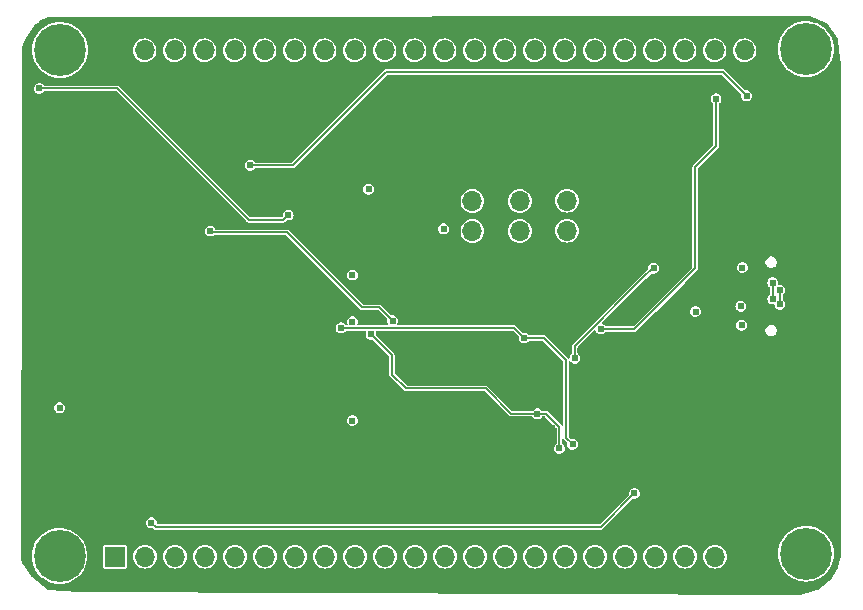
<source format=gbr>
%TF.GenerationSoftware,KiCad,Pcbnew,8.0.8*%
%TF.CreationDate,2025-12-22T10:58:06+04:00*%
%TF.ProjectId,DesignESP32PCB,44657369-676e-4455-9350-33325043422e,rev?*%
%TF.SameCoordinates,Original*%
%TF.FileFunction,Copper,L4,Bot*%
%TF.FilePolarity,Positive*%
%FSLAX46Y46*%
G04 Gerber Fmt 4.6, Leading zero omitted, Abs format (unit mm)*
G04 Created by KiCad (PCBNEW 8.0.8) date 2025-12-22 10:58:06*
%MOMM*%
%LPD*%
G01*
G04 APERTURE LIST*
%TA.AperFunction,ComponentPad*%
%ADD10R,1.700000X1.700000*%
%TD*%
%TA.AperFunction,ComponentPad*%
%ADD11O,1.700000X1.700000*%
%TD*%
%TA.AperFunction,ComponentPad*%
%ADD12C,0.700000*%
%TD*%
%TA.AperFunction,ComponentPad*%
%ADD13C,4.400000*%
%TD*%
%TA.AperFunction,HeatsinkPad*%
%ADD14O,1.800000X1.000000*%
%TD*%
%TA.AperFunction,HeatsinkPad*%
%ADD15O,2.100000X1.000000*%
%TD*%
%TA.AperFunction,ViaPad*%
%ADD16C,0.604799*%
%TD*%
%TA.AperFunction,Conductor*%
%ADD17C,0.152400*%
%TD*%
%TA.AperFunction,Conductor*%
%ADD18C,0.155814*%
%TD*%
G04 APERTURE END LIST*
D10*
%TO.P,J5,1,Pin_1*%
%TO.N,GND*%
X198621200Y-92223800D03*
D11*
%TO.P,J5,2,Pin_2*%
%TO.N,/5VUSB*%
X198621200Y-89683800D03*
%TO.P,J5,3,Pin_3*%
%TO.N,/3V3*%
X198621200Y-87143800D03*
%TD*%
D10*
%TO.P,J4,1,Pin_1*%
%TO.N,GND*%
X202610800Y-92188000D03*
D11*
%TO.P,J4,2,Pin_2*%
%TO.N,/5VUSB*%
X202610800Y-89648000D03*
%TO.P,J4,3,Pin_3*%
%TO.N,/3V3*%
X202610800Y-87108000D03*
%TD*%
D10*
%TO.P,J2,1,Pin_1*%
%TO.N,GND*%
X194608000Y-92223800D03*
D11*
%TO.P,J2,2,Pin_2*%
%TO.N,/5VUSB*%
X194608000Y-89683800D03*
%TO.P,J2,3,Pin_3*%
%TO.N,/3V3*%
X194608000Y-87143800D03*
%TD*%
D12*
%TO.P,H2,1*%
%TO.N,N/C*%
X157994200Y-117201400D03*
X158477474Y-116034674D03*
X158477474Y-118368126D03*
X159644200Y-115551400D03*
D13*
X159644200Y-117201400D03*
D12*
X159644200Y-118851400D03*
X160810926Y-116034674D03*
X160810926Y-118368126D03*
X161294200Y-117201400D03*
%TD*%
%TO.P,H4,1*%
%TO.N,N/C*%
X221195000Y-74268200D03*
X221678274Y-73101474D03*
X221678274Y-75434926D03*
X222845000Y-72618200D03*
D13*
X222845000Y-74268200D03*
D12*
X222845000Y-75918200D03*
X224011726Y-73101474D03*
X224011726Y-75434926D03*
X224495000Y-74268200D03*
%TD*%
%TO.P,H1,1*%
%TO.N,N/C*%
X221205400Y-116999000D03*
X221688674Y-115832274D03*
X221688674Y-118165726D03*
X222855400Y-115349000D03*
D13*
X222855400Y-116999000D03*
D12*
X222855400Y-118649000D03*
X224022126Y-115832274D03*
X224022126Y-118165726D03*
X224505400Y-116999000D03*
%TD*%
D10*
%TO.P,J1,1,Pin_1*%
%TO.N,/3V3*%
X164345000Y-117250600D03*
D11*
%TO.P,J1,2,Pin_2*%
%TO.N,/GPIO0*%
X166885000Y-117250600D03*
%TO.P,J1,3,Pin_3*%
%TO.N,/GPIO1*%
X169425000Y-117250600D03*
%TO.P,J1,4,Pin_4*%
%TO.N,/GPIO2*%
X171965000Y-117250600D03*
%TO.P,J1,5,Pin_5*%
%TO.N,/GPIO3*%
X174505000Y-117250600D03*
%TO.P,J1,6,Pin_6*%
%TO.N,/GPIO4*%
X177045000Y-117250600D03*
%TO.P,J1,7,Pin_7*%
%TO.N,/GPIO5*%
X179585000Y-117250600D03*
%TO.P,J1,8,Pin_8*%
%TO.N,/GPIO6*%
X182125000Y-117250600D03*
%TO.P,J1,9,Pin_9*%
%TO.N,/GPIO7*%
X184665000Y-117250600D03*
%TO.P,J1,10,Pin_10*%
%TO.N,/GPIO8*%
X187205000Y-117250600D03*
%TO.P,J1,11,Pin_11*%
%TO.N,/GPIO9*%
X189745000Y-117250600D03*
%TO.P,J1,12,Pin_12*%
%TO.N,/GPIO10*%
X192285000Y-117250600D03*
%TO.P,J1,13,Pin_13*%
%TO.N,/GPIO11*%
X194825000Y-117250600D03*
%TO.P,J1,14,Pin_14*%
%TO.N,/GPIO12*%
X197365000Y-117250600D03*
%TO.P,J1,15,Pin_15*%
%TO.N,/GPIO13*%
X199905000Y-117250600D03*
%TO.P,J1,16,Pin_16*%
%TO.N,/GPIO14*%
X202445000Y-117250600D03*
%TO.P,J1,17,Pin_17*%
%TO.N,/GPIO15*%
X204985000Y-117250600D03*
%TO.P,J1,18,Pin_18*%
%TO.N,/GPIO16*%
X207525000Y-117250600D03*
%TO.P,J1,19,Pin_19*%
%TO.N,/I2C_SCL*%
X210065000Y-117250600D03*
%TO.P,J1,20,Pin_20*%
%TO.N,/I2C_SDA*%
X212605000Y-117250600D03*
%TO.P,J1,21,Pin_21*%
%TO.N,/5VUSB*%
X215145000Y-117250600D03*
%TO.P,J1,22,Pin_22*%
%TO.N,GND*%
X217685000Y-117250600D03*
%TD*%
D12*
%TO.P,H3,1*%
%TO.N,N/C*%
X161345000Y-74345000D03*
X160861726Y-75511726D03*
X160861726Y-73178274D03*
X159695000Y-75995000D03*
D13*
X159695000Y-74345000D03*
D12*
X159695000Y-72695000D03*
X158528274Y-75511726D03*
X158528274Y-73178274D03*
X158045000Y-74345000D03*
%TD*%
D10*
%TO.P,J3,1,Pin_1*%
%TO.N,GND*%
X164305000Y-74385000D03*
D11*
%TO.P,J3,2,Pin_2*%
%TO.N,/ESP32_EN*%
X166845000Y-74385000D03*
%TO.P,J3,3,Pin_3*%
%TO.N,/GPIO46*%
X169385000Y-74385000D03*
%TO.P,J3,4,Pin_4*%
%TO.N,/GPIO45*%
X171925000Y-74385000D03*
%TO.P,J3,5,Pin_5*%
%TO.N,/RXD*%
X174465000Y-74385000D03*
%TO.P,J3,6,Pin_6*%
%TO.N,/TXD*%
X177005000Y-74385000D03*
%TO.P,J3,7,Pin_7*%
%TO.N,/GPIO42*%
X179545000Y-74385000D03*
%TO.P,J3,8,Pin_8*%
%TO.N,/GPIO41*%
X182085000Y-74385000D03*
%TO.P,J3,9,Pin_9*%
%TO.N,/GPIO40*%
X184625000Y-74385000D03*
%TO.P,J3,10,Pin_10*%
%TO.N,/GPIO39*%
X187165000Y-74385000D03*
%TO.P,J3,11,Pin_11*%
%TO.N,/GPIO38*%
X189705000Y-74385000D03*
%TO.P,J3,12,Pin_12*%
%TO.N,/GPIO37*%
X192245000Y-74385000D03*
%TO.P,J3,13,Pin_13*%
%TO.N,/GPIO36*%
X194785000Y-74385000D03*
%TO.P,J3,14,Pin_14*%
%TO.N,/GPIO35*%
X197325000Y-74385000D03*
%TO.P,J3,15,Pin_15*%
%TO.N,/GPIO34*%
X199865000Y-74385000D03*
%TO.P,J3,16,Pin_16*%
%TO.N,/GPIO33*%
X202405000Y-74385000D03*
%TO.P,J3,17,Pin_17*%
%TO.N,/GPIO26*%
X204945000Y-74385000D03*
%TO.P,J3,18,Pin_18*%
%TO.N,/GPIO21*%
X207485000Y-74385000D03*
%TO.P,J3,19,Pin_19*%
%TO.N,unconnected-(J3-Pin_19-Pad19)*%
X210025000Y-74385000D03*
%TO.P,J3,20,Pin_20*%
%TO.N,unconnected-(J3-Pin_20-Pad20)*%
X212565000Y-74385000D03*
%TO.P,J3,21,Pin_21*%
%TO.N,/GPIO48*%
X215105000Y-74385000D03*
%TO.P,J3,22,Pin_22*%
%TO.N,/GPIO47*%
X217645000Y-74385000D03*
%TD*%
D14*
%TO.P,JUSB1,S1,SHIELD*%
%TO.N,GND*%
X223570000Y-90878200D03*
D15*
X219390000Y-90878200D03*
D14*
X223570000Y-99518200D03*
D15*
X219390000Y-99518200D03*
%TD*%
D16*
%TO.N,GND*%
X196640000Y-92289600D03*
X200602400Y-92289600D03*
%TO.N,/5VUSB*%
X192169600Y-89495600D03*
%TO.N,GND*%
X192728400Y-92238800D03*
X162197600Y-98842800D03*
X163772400Y-98995200D03*
X165499600Y-99198400D03*
X166922000Y-97268000D03*
X167023600Y-95642400D03*
X167023600Y-94016800D03*
X165601200Y-92188000D03*
X163874000Y-92188000D03*
X162197600Y-92238800D03*
X160673600Y-94067600D03*
X160622800Y-95642400D03*
X160572000Y-97268000D03*
%TO.N,/ESP32_EN*%
X157930400Y-77608400D03*
X179012400Y-88327200D03*
%TO.N,/GPIO0*%
X167430000Y-114387600D03*
X208324000Y-111898400D03*
%TO.N,GND*%
X223056000Y-100671600D03*
X220058800Y-100671600D03*
X218890400Y-100671600D03*
X224072000Y-89648000D03*
X222954400Y-89597200D03*
X219804800Y-89292400D03*
X218585600Y-89292400D03*
X217671200Y-114692400D03*
X164229600Y-76541600D03*
X170884400Y-104075200D03*
X170884400Y-87311200D03*
X158032000Y-89698800D03*
X158032000Y-90511600D03*
X158032000Y-91375200D03*
X158082800Y-92289600D03*
X158082800Y-93153200D03*
X158032000Y-93966000D03*
X158032000Y-94829600D03*
X158032000Y-95642400D03*
X158032000Y-96506000D03*
X158032000Y-97268000D03*
X158032000Y-98131600D03*
X157981200Y-98944400D03*
X157981200Y-99808000D03*
X157930400Y-100722400D03*
X157930400Y-101586000D03*
X160521200Y-87514400D03*
X159606800Y-87514400D03*
X158844800Y-103567200D03*
X157981200Y-103567200D03*
%TO.N,/GPIO47*%
X217823600Y-78218000D03*
X175812000Y-84110800D03*
%TO.N,/I2C_SDA*%
X203091600Y-107732800D03*
%TO.N,/I2C_SCL*%
X201974000Y-108088400D03*
%TO.N,/3V3*%
X159657600Y-104634000D03*
%TO.N,/I2C_SCL*%
X200094400Y-105142000D03*
X186022800Y-98436400D03*
%TO.N,/I2C_SDA*%
X198976800Y-98741200D03*
X183482800Y-97877600D03*
%TO.N,/GPIO48*%
X187851600Y-97268000D03*
X172408400Y-89683200D03*
%TO.N,GND*%
X217417200Y-91984800D03*
X217366400Y-98588800D03*
X191915600Y-83501200D03*
X207206400Y-90714800D03*
X206901600Y-83958400D03*
X206495200Y-99655600D03*
X206444400Y-106767600D03*
X201313600Y-106361200D03*
X186886400Y-88784400D03*
X186886400Y-89749600D03*
X188004000Y-87006400D03*
X181755600Y-91375200D03*
X181755600Y-86498400D03*
X182924000Y-101738400D03*
X198672000Y-100773200D03*
X194455600Y-98893600D03*
X186429200Y-100722400D03*
%TO.N,/3V3*%
X203270000Y-100453200D03*
X209949600Y-92823000D03*
X184448000Y-97348887D03*
X184448000Y-105726200D03*
X184448000Y-93407200D03*
%TO.N,/5VUSB*%
X185819600Y-86142800D03*
X217333443Y-96058004D03*
X213492900Y-96493300D03*
X217402038Y-97653109D03*
X217468000Y-92772200D03*
%TO.N,GND*%
X212489600Y-85203000D03*
X214547000Y-90359200D03*
X214674000Y-99884200D03*
X210356000Y-102043200D03*
%TO.N,/USB_N*%
X220632602Y-95891702D03*
X220640000Y-94693200D03*
%TO.N,/USB_P*%
X220030000Y-94043200D03*
X220030000Y-95433200D03*
%TO.N,/GPIO48*%
X205479200Y-97979200D03*
X215232800Y-78472000D03*
%TD*%
D17*
%TO.N,/3V3*%
X209086000Y-93610400D02*
X209873400Y-92823000D01*
X209873400Y-92823000D02*
X209949600Y-92823000D01*
X203270000Y-100453200D02*
X203270000Y-99426400D01*
X203270000Y-99426400D02*
X209086000Y-93610400D01*
%TO.N,/GPIO48*%
X215232800Y-78472000D02*
X215232800Y-82485200D01*
X215232800Y-82485200D02*
X213454800Y-84263200D01*
X213454800Y-84263200D02*
X213454800Y-92848400D01*
X208324000Y-97979200D02*
X205479200Y-97979200D01*
X213454800Y-92848400D02*
X208324000Y-97979200D01*
%TO.N,/ESP32_EN*%
X175670654Y-88733600D02*
X164545454Y-77608400D01*
X179012400Y-88327200D02*
X178606000Y-88733600D01*
X178606000Y-88733600D02*
X175670654Y-88733600D01*
X164545454Y-77608400D02*
X157930400Y-77608400D01*
%TO.N,/GPIO47*%
X215819400Y-76213800D02*
X217823600Y-78218000D01*
X175812000Y-84110800D02*
X179418800Y-84110800D01*
X179418800Y-84110800D02*
X187315800Y-76213800D01*
X187315800Y-76213800D02*
X215819400Y-76213800D01*
%TO.N,/GPIO48*%
X187851600Y-97268000D02*
X186734000Y-96150400D01*
X186734000Y-96150400D02*
X185260800Y-96150400D01*
X185260800Y-96150400D02*
X178910800Y-89800400D01*
X178910800Y-89800400D02*
X172525600Y-89800400D01*
X172525600Y-89800400D02*
X172408400Y-89683200D01*
%TO.N,/GPIO0*%
X167430000Y-114387600D02*
X167785600Y-114743200D01*
X167785600Y-114743200D02*
X205479200Y-114743200D01*
X205479200Y-114743200D02*
X208324000Y-111898400D01*
%TO.N,/I2C_SDA*%
X203091600Y-107732800D02*
X202532800Y-107174000D01*
X202532800Y-107174000D02*
X202532800Y-100620800D01*
X202532800Y-100620800D02*
X200653200Y-98741200D01*
X200653200Y-98741200D02*
X198976800Y-98741200D01*
%TO.N,/I2C_SCL*%
X201974000Y-108088400D02*
X201974000Y-106270652D01*
X201974000Y-106270652D02*
X200845348Y-105142000D01*
X200845348Y-105142000D02*
X200094400Y-105142000D01*
X187800800Y-100214400D02*
X187800800Y-101840000D01*
X186022800Y-98436400D02*
X187800800Y-100214400D01*
X187800800Y-101840000D02*
X188969200Y-103008400D01*
X188969200Y-103008400D02*
X192474400Y-103008400D01*
X192474400Y-103008400D02*
X192372800Y-103008400D01*
X192372800Y-103008400D02*
X195725600Y-103008400D01*
X195725600Y-103008400D02*
X197859200Y-105142000D01*
X197859200Y-105142000D02*
X200094400Y-105142000D01*
%TO.N,/I2C_SDA*%
X198113200Y-97877600D02*
X198976800Y-98741200D01*
X183482800Y-97877600D02*
X198113200Y-97877600D01*
D18*
%TO.N,/USB_N*%
X220632602Y-95891702D02*
X220632602Y-94700598D01*
X220632602Y-94700598D02*
X220640000Y-94693200D01*
%TO.N,/USB_P*%
X220030000Y-95433200D02*
X220030000Y-94043200D01*
%TD*%
%TA.AperFunction,Conductor*%
%TO.N,GND*%
G36*
X198035493Y-98124293D02*
G01*
X198040329Y-98128726D01*
X198507294Y-98595690D01*
X198529034Y-98642310D01*
X198528555Y-98659565D01*
X198516819Y-98741199D01*
X198516819Y-98741200D01*
X198535451Y-98870792D01*
X198535451Y-98870793D01*
X198535452Y-98870795D01*
X198535452Y-98870797D01*
X198589837Y-98989882D01*
X198589838Y-98989883D01*
X198589839Y-98989885D01*
X198595358Y-98996254D01*
X198675577Y-99088830D01*
X198675579Y-99088832D01*
X198785716Y-99159613D01*
X198875082Y-99185853D01*
X198911338Y-99196499D01*
X198911341Y-99196499D01*
X199042259Y-99196499D01*
X199042262Y-99196499D01*
X199167883Y-99159613D01*
X199278023Y-99088830D01*
X199358242Y-98996253D01*
X199403193Y-98971245D01*
X199415074Y-98970300D01*
X200527155Y-98970300D01*
X200575493Y-98987893D01*
X200580329Y-98992326D01*
X202281674Y-100693670D01*
X202303414Y-100740290D01*
X202303700Y-100746844D01*
X202303700Y-106095732D01*
X202286107Y-106144070D01*
X202241558Y-106169790D01*
X202190900Y-106160857D01*
X202174280Y-106145293D01*
X202173460Y-106146114D01*
X200975128Y-104947782D01*
X200975125Y-104947780D01*
X200975123Y-104947778D01*
X200915581Y-104923115D01*
X200915580Y-104923114D01*
X200890921Y-104912900D01*
X200890919Y-104912900D01*
X200532674Y-104912900D01*
X200484336Y-104895307D01*
X200475842Y-104886946D01*
X200395622Y-104794369D01*
X200395620Y-104794367D01*
X200285483Y-104723586D01*
X200159864Y-104686701D01*
X200159862Y-104686701D01*
X200028938Y-104686701D01*
X200028935Y-104686701D01*
X199903316Y-104723586D01*
X199793179Y-104794367D01*
X199793177Y-104794369D01*
X199712958Y-104886946D01*
X199668007Y-104911955D01*
X199656126Y-104912900D01*
X197985245Y-104912900D01*
X197936907Y-104895307D01*
X197932071Y-104890874D01*
X195855380Y-102814182D01*
X195855377Y-102814180D01*
X195855375Y-102814178D01*
X195795833Y-102789515D01*
X195795832Y-102789514D01*
X195771173Y-102779300D01*
X195771171Y-102779300D01*
X192519971Y-102779300D01*
X189095245Y-102779300D01*
X189046907Y-102761707D01*
X189042071Y-102757274D01*
X188051926Y-101767129D01*
X188030186Y-101720509D01*
X188029900Y-101713955D01*
X188029900Y-100168830D01*
X188003697Y-100105570D01*
X188003697Y-100105569D01*
X187995021Y-100084624D01*
X186492304Y-98581907D01*
X186470564Y-98535287D01*
X186471044Y-98518030D01*
X186482781Y-98436403D01*
X186482507Y-98434499D01*
X186464149Y-98306808D01*
X186464148Y-98306806D01*
X186464148Y-98306804D01*
X186426894Y-98225232D01*
X186421371Y-98213139D01*
X186417295Y-98161862D01*
X186447133Y-98119960D01*
X186489776Y-98106700D01*
X197987155Y-98106700D01*
X198035493Y-98124293D01*
G37*
%TD.AperFunction*%
%TA.AperFunction,Conductor*%
G36*
X223197898Y-71442972D02*
G01*
X224561958Y-72062999D01*
X224591656Y-72087227D01*
X225583624Y-73451183D01*
X225597747Y-73489169D01*
X225722999Y-74992195D01*
X225723000Y-74992200D01*
X225847755Y-75491219D01*
X225850000Y-75509458D01*
X225850000Y-117146941D01*
X225847755Y-117165180D01*
X225599158Y-118159565D01*
X225588773Y-118183039D01*
X224841146Y-119304481D01*
X224823696Y-119322928D01*
X223830149Y-120068087D01*
X223803268Y-120080882D01*
X222303132Y-120455916D01*
X222284580Y-120458160D01*
X161335643Y-120204206D01*
X161332379Y-120204122D01*
X158691814Y-120078381D01*
X158647772Y-120061468D01*
X157278033Y-118940772D01*
X157264046Y-118925694D01*
X156520946Y-117864122D01*
X156510056Y-117840984D01*
X156486009Y-117753756D01*
X156484422Y-117746683D01*
X156425617Y-117409314D01*
X156424500Y-117396401D01*
X156424500Y-117201399D01*
X157286251Y-117201399D01*
X157286251Y-117201400D01*
X157306423Y-117509167D01*
X157306423Y-117509172D01*
X157306424Y-117509174D01*
X157326336Y-117609278D01*
X157366356Y-117810478D01*
X157366596Y-117811682D01*
X157401430Y-117914300D01*
X157465738Y-118103747D01*
X157551023Y-118276688D01*
X157602156Y-118380375D01*
X157773513Y-118636828D01*
X157773516Y-118636832D01*
X157976877Y-118868722D01*
X158173374Y-119041044D01*
X158208772Y-119072087D01*
X158465225Y-119243444D01*
X158741852Y-119379861D01*
X159033918Y-119479004D01*
X159336426Y-119539176D01*
X159644200Y-119559349D01*
X159951974Y-119539176D01*
X160254482Y-119479004D01*
X160546548Y-119379861D01*
X160823175Y-119243444D01*
X161079628Y-119072087D01*
X161311522Y-118868722D01*
X161514887Y-118636828D01*
X161686244Y-118380375D01*
X161822661Y-118103748D01*
X161921804Y-117811682D01*
X161981976Y-117509174D01*
X162002149Y-117201400D01*
X161981976Y-116893626D01*
X161921804Y-116591118D01*
X161852020Y-116385542D01*
X163342100Y-116385542D01*
X163342100Y-118115655D01*
X163342101Y-118115657D01*
X163350972Y-118160259D01*
X163384764Y-118210832D01*
X163384765Y-118210832D01*
X163384766Y-118210834D01*
X163435342Y-118244628D01*
X163479943Y-118253500D01*
X165210056Y-118253499D01*
X165254658Y-118244628D01*
X165305234Y-118210834D01*
X165339028Y-118160258D01*
X165347900Y-118115657D01*
X165347899Y-117250600D01*
X165877247Y-117250600D01*
X165896610Y-117447199D01*
X165896610Y-117447201D01*
X165953955Y-117636243D01*
X165953956Y-117636247D01*
X166047086Y-117810481D01*
X166047089Y-117810485D01*
X166172410Y-117963189D01*
X166325114Y-118088510D01*
X166325118Y-118088513D01*
X166325122Y-118088516D01*
X166499350Y-118181642D01*
X166499352Y-118181643D01*
X166499356Y-118181644D01*
X166503955Y-118183039D01*
X166688397Y-118238989D01*
X166885000Y-118258353D01*
X167081603Y-118238989D01*
X167270650Y-118181642D01*
X167444878Y-118088516D01*
X167597589Y-117963189D01*
X167722916Y-117810478D01*
X167816042Y-117636250D01*
X167873389Y-117447203D01*
X167892753Y-117250600D01*
X168417247Y-117250600D01*
X168436610Y-117447199D01*
X168436610Y-117447201D01*
X168493955Y-117636243D01*
X168493956Y-117636247D01*
X168587086Y-117810481D01*
X168587089Y-117810485D01*
X168712410Y-117963189D01*
X168865114Y-118088510D01*
X168865118Y-118088513D01*
X168865122Y-118088516D01*
X169039350Y-118181642D01*
X169039352Y-118181643D01*
X169039356Y-118181644D01*
X169043955Y-118183039D01*
X169228397Y-118238989D01*
X169425000Y-118258353D01*
X169621603Y-118238989D01*
X169810650Y-118181642D01*
X169984878Y-118088516D01*
X170137589Y-117963189D01*
X170262916Y-117810478D01*
X170356042Y-117636250D01*
X170413389Y-117447203D01*
X170432753Y-117250600D01*
X170957247Y-117250600D01*
X170976610Y-117447199D01*
X170976610Y-117447201D01*
X171033955Y-117636243D01*
X171033956Y-117636247D01*
X171127086Y-117810481D01*
X171127089Y-117810485D01*
X171252410Y-117963189D01*
X171405114Y-118088510D01*
X171405118Y-118088513D01*
X171405122Y-118088516D01*
X171579350Y-118181642D01*
X171579352Y-118181643D01*
X171579356Y-118181644D01*
X171583955Y-118183039D01*
X171768397Y-118238989D01*
X171965000Y-118258353D01*
X172161603Y-118238989D01*
X172350650Y-118181642D01*
X172524878Y-118088516D01*
X172677589Y-117963189D01*
X172802916Y-117810478D01*
X172896042Y-117636250D01*
X172953389Y-117447203D01*
X172972753Y-117250600D01*
X173497247Y-117250600D01*
X173516610Y-117447199D01*
X173516610Y-117447201D01*
X173573955Y-117636243D01*
X173573956Y-117636247D01*
X173667086Y-117810481D01*
X173667089Y-117810485D01*
X173792410Y-117963189D01*
X173945114Y-118088510D01*
X173945118Y-118088513D01*
X173945122Y-118088516D01*
X174119350Y-118181642D01*
X174119352Y-118181643D01*
X174119356Y-118181644D01*
X174123955Y-118183039D01*
X174308397Y-118238989D01*
X174505000Y-118258353D01*
X174701603Y-118238989D01*
X174890650Y-118181642D01*
X175064878Y-118088516D01*
X175217589Y-117963189D01*
X175342916Y-117810478D01*
X175436042Y-117636250D01*
X175493389Y-117447203D01*
X175512753Y-117250600D01*
X176037247Y-117250600D01*
X176056610Y-117447199D01*
X176056610Y-117447201D01*
X176113955Y-117636243D01*
X176113956Y-117636247D01*
X176207086Y-117810481D01*
X176207089Y-117810485D01*
X176332410Y-117963189D01*
X176485114Y-118088510D01*
X176485118Y-118088513D01*
X176485122Y-118088516D01*
X176659350Y-118181642D01*
X176659352Y-118181643D01*
X176659356Y-118181644D01*
X176663955Y-118183039D01*
X176848397Y-118238989D01*
X177045000Y-118258353D01*
X177241603Y-118238989D01*
X177430650Y-118181642D01*
X177604878Y-118088516D01*
X177757589Y-117963189D01*
X177882916Y-117810478D01*
X177976042Y-117636250D01*
X178033389Y-117447203D01*
X178052753Y-117250600D01*
X178577247Y-117250600D01*
X178596610Y-117447199D01*
X178596610Y-117447201D01*
X178653955Y-117636243D01*
X178653956Y-117636247D01*
X178747086Y-117810481D01*
X178747089Y-117810485D01*
X178872410Y-117963189D01*
X179025114Y-118088510D01*
X179025118Y-118088513D01*
X179025122Y-118088516D01*
X179199350Y-118181642D01*
X179199352Y-118181643D01*
X179199356Y-118181644D01*
X179203955Y-118183039D01*
X179388397Y-118238989D01*
X179585000Y-118258353D01*
X179781603Y-118238989D01*
X179970650Y-118181642D01*
X180144878Y-118088516D01*
X180297589Y-117963189D01*
X180422916Y-117810478D01*
X180516042Y-117636250D01*
X180573389Y-117447203D01*
X180592753Y-117250600D01*
X181117247Y-117250600D01*
X181136610Y-117447199D01*
X181136610Y-117447201D01*
X181193955Y-117636243D01*
X181193956Y-117636247D01*
X181287086Y-117810481D01*
X181287089Y-117810485D01*
X181412410Y-117963189D01*
X181565114Y-118088510D01*
X181565118Y-118088513D01*
X181565122Y-118088516D01*
X181739350Y-118181642D01*
X181739352Y-118181643D01*
X181739356Y-118181644D01*
X181743955Y-118183039D01*
X181928397Y-118238989D01*
X182125000Y-118258353D01*
X182321603Y-118238989D01*
X182510650Y-118181642D01*
X182684878Y-118088516D01*
X182837589Y-117963189D01*
X182962916Y-117810478D01*
X183056042Y-117636250D01*
X183113389Y-117447203D01*
X183132753Y-117250600D01*
X183657247Y-117250600D01*
X183676610Y-117447199D01*
X183676610Y-117447201D01*
X183733955Y-117636243D01*
X183733956Y-117636247D01*
X183827086Y-117810481D01*
X183827089Y-117810485D01*
X183952410Y-117963189D01*
X184105114Y-118088510D01*
X184105118Y-118088513D01*
X184105122Y-118088516D01*
X184279350Y-118181642D01*
X184279352Y-118181643D01*
X184279356Y-118181644D01*
X184283955Y-118183039D01*
X184468397Y-118238989D01*
X184665000Y-118258353D01*
X184861603Y-118238989D01*
X185050650Y-118181642D01*
X185224878Y-118088516D01*
X185377589Y-117963189D01*
X185502916Y-117810478D01*
X185596042Y-117636250D01*
X185653389Y-117447203D01*
X185672753Y-117250600D01*
X186197247Y-117250600D01*
X186216610Y-117447199D01*
X186216610Y-117447201D01*
X186273955Y-117636243D01*
X186273956Y-117636247D01*
X186367086Y-117810481D01*
X186367089Y-117810485D01*
X186492410Y-117963189D01*
X186645114Y-118088510D01*
X186645118Y-118088513D01*
X186645122Y-118088516D01*
X186819350Y-118181642D01*
X186819352Y-118181643D01*
X186819356Y-118181644D01*
X186823955Y-118183039D01*
X187008397Y-118238989D01*
X187205000Y-118258353D01*
X187401603Y-118238989D01*
X187590650Y-118181642D01*
X187764878Y-118088516D01*
X187917589Y-117963189D01*
X188042916Y-117810478D01*
X188136042Y-117636250D01*
X188193389Y-117447203D01*
X188212753Y-117250600D01*
X188737247Y-117250600D01*
X188756610Y-117447199D01*
X188756610Y-117447201D01*
X188813955Y-117636243D01*
X188813956Y-117636247D01*
X188907086Y-117810481D01*
X188907089Y-117810485D01*
X189032410Y-117963189D01*
X189185114Y-118088510D01*
X189185118Y-118088513D01*
X189185122Y-118088516D01*
X189359350Y-118181642D01*
X189359352Y-118181643D01*
X189359356Y-118181644D01*
X189363955Y-118183039D01*
X189548397Y-118238989D01*
X189745000Y-118258353D01*
X189941603Y-118238989D01*
X190130650Y-118181642D01*
X190304878Y-118088516D01*
X190457589Y-117963189D01*
X190582916Y-117810478D01*
X190676042Y-117636250D01*
X190733389Y-117447203D01*
X190752753Y-117250600D01*
X191277247Y-117250600D01*
X191296610Y-117447199D01*
X191296610Y-117447201D01*
X191353955Y-117636243D01*
X191353956Y-117636247D01*
X191447086Y-117810481D01*
X191447089Y-117810485D01*
X191572410Y-117963189D01*
X191725114Y-118088510D01*
X191725118Y-118088513D01*
X191725122Y-118088516D01*
X191899350Y-118181642D01*
X191899352Y-118181643D01*
X191899356Y-118181644D01*
X191903955Y-118183039D01*
X192088397Y-118238989D01*
X192285000Y-118258353D01*
X192481603Y-118238989D01*
X192670650Y-118181642D01*
X192844878Y-118088516D01*
X192997589Y-117963189D01*
X193122916Y-117810478D01*
X193216042Y-117636250D01*
X193273389Y-117447203D01*
X193292753Y-117250600D01*
X193817247Y-117250600D01*
X193836610Y-117447199D01*
X193836610Y-117447201D01*
X193893955Y-117636243D01*
X193893956Y-117636247D01*
X193987086Y-117810481D01*
X193987089Y-117810485D01*
X194112410Y-117963189D01*
X194265114Y-118088510D01*
X194265118Y-118088513D01*
X194265122Y-118088516D01*
X194439350Y-118181642D01*
X194439352Y-118181643D01*
X194439356Y-118181644D01*
X194443955Y-118183039D01*
X194628397Y-118238989D01*
X194825000Y-118258353D01*
X195021603Y-118238989D01*
X195210650Y-118181642D01*
X195384878Y-118088516D01*
X195537589Y-117963189D01*
X195662916Y-117810478D01*
X195756042Y-117636250D01*
X195813389Y-117447203D01*
X195832753Y-117250600D01*
X196357247Y-117250600D01*
X196376610Y-117447199D01*
X196376610Y-117447201D01*
X196433955Y-117636243D01*
X196433956Y-117636247D01*
X196527086Y-117810481D01*
X196527089Y-117810485D01*
X196652410Y-117963189D01*
X196805114Y-118088510D01*
X196805118Y-118088513D01*
X196805122Y-118088516D01*
X196979350Y-118181642D01*
X196979352Y-118181643D01*
X196979356Y-118181644D01*
X196983955Y-118183039D01*
X197168397Y-118238989D01*
X197365000Y-118258353D01*
X197561603Y-118238989D01*
X197750650Y-118181642D01*
X197924878Y-118088516D01*
X198077589Y-117963189D01*
X198202916Y-117810478D01*
X198296042Y-117636250D01*
X198353389Y-117447203D01*
X198372753Y-117250600D01*
X198897247Y-117250600D01*
X198916610Y-117447199D01*
X198916610Y-117447201D01*
X198973955Y-117636243D01*
X198973956Y-117636247D01*
X199067086Y-117810481D01*
X199067089Y-117810485D01*
X199192410Y-117963189D01*
X199345114Y-118088510D01*
X199345118Y-118088513D01*
X199345122Y-118088516D01*
X199519350Y-118181642D01*
X199519352Y-118181643D01*
X199519356Y-118181644D01*
X199523955Y-118183039D01*
X199708397Y-118238989D01*
X199905000Y-118258353D01*
X200101603Y-118238989D01*
X200290650Y-118181642D01*
X200464878Y-118088516D01*
X200617589Y-117963189D01*
X200742916Y-117810478D01*
X200836042Y-117636250D01*
X200893389Y-117447203D01*
X200912753Y-117250600D01*
X201437247Y-117250600D01*
X201456610Y-117447199D01*
X201456610Y-117447201D01*
X201513955Y-117636243D01*
X201513956Y-117636247D01*
X201607086Y-117810481D01*
X201607089Y-117810485D01*
X201732410Y-117963189D01*
X201885114Y-118088510D01*
X201885118Y-118088513D01*
X201885122Y-118088516D01*
X202059350Y-118181642D01*
X202059352Y-118181643D01*
X202059356Y-118181644D01*
X202063955Y-118183039D01*
X202248397Y-118238989D01*
X202445000Y-118258353D01*
X202641603Y-118238989D01*
X202830650Y-118181642D01*
X203004878Y-118088516D01*
X203157589Y-117963189D01*
X203282916Y-117810478D01*
X203376042Y-117636250D01*
X203433389Y-117447203D01*
X203452753Y-117250600D01*
X203977247Y-117250600D01*
X203996610Y-117447199D01*
X203996610Y-117447201D01*
X204053955Y-117636243D01*
X204053956Y-117636247D01*
X204147086Y-117810481D01*
X204147089Y-117810485D01*
X204272410Y-117963189D01*
X204425114Y-118088510D01*
X204425118Y-118088513D01*
X204425122Y-118088516D01*
X204599350Y-118181642D01*
X204599352Y-118181643D01*
X204599356Y-118181644D01*
X204603955Y-118183039D01*
X204788397Y-118238989D01*
X204985000Y-118258353D01*
X205181603Y-118238989D01*
X205370650Y-118181642D01*
X205544878Y-118088516D01*
X205697589Y-117963189D01*
X205822916Y-117810478D01*
X205916042Y-117636250D01*
X205973389Y-117447203D01*
X205992753Y-117250600D01*
X206517247Y-117250600D01*
X206536610Y-117447199D01*
X206536610Y-117447201D01*
X206593955Y-117636243D01*
X206593956Y-117636247D01*
X206687086Y-117810481D01*
X206687089Y-117810485D01*
X206812410Y-117963189D01*
X206965114Y-118088510D01*
X206965118Y-118088513D01*
X206965122Y-118088516D01*
X207139350Y-118181642D01*
X207139352Y-118181643D01*
X207139356Y-118181644D01*
X207143955Y-118183039D01*
X207328397Y-118238989D01*
X207525000Y-118258353D01*
X207721603Y-118238989D01*
X207910650Y-118181642D01*
X208084878Y-118088516D01*
X208237589Y-117963189D01*
X208362916Y-117810478D01*
X208456042Y-117636250D01*
X208513389Y-117447203D01*
X208532753Y-117250600D01*
X209057247Y-117250600D01*
X209076610Y-117447199D01*
X209076610Y-117447201D01*
X209133955Y-117636243D01*
X209133956Y-117636247D01*
X209227086Y-117810481D01*
X209227089Y-117810485D01*
X209352410Y-117963189D01*
X209505114Y-118088510D01*
X209505118Y-118088513D01*
X209505122Y-118088516D01*
X209679350Y-118181642D01*
X209679352Y-118181643D01*
X209679356Y-118181644D01*
X209683955Y-118183039D01*
X209868397Y-118238989D01*
X210065000Y-118258353D01*
X210261603Y-118238989D01*
X210450650Y-118181642D01*
X210624878Y-118088516D01*
X210777589Y-117963189D01*
X210902916Y-117810478D01*
X210996042Y-117636250D01*
X211053389Y-117447203D01*
X211072753Y-117250600D01*
X211597247Y-117250600D01*
X211616610Y-117447199D01*
X211616610Y-117447201D01*
X211673955Y-117636243D01*
X211673956Y-117636247D01*
X211767086Y-117810481D01*
X211767089Y-117810485D01*
X211892410Y-117963189D01*
X212045114Y-118088510D01*
X212045118Y-118088513D01*
X212045122Y-118088516D01*
X212219350Y-118181642D01*
X212219352Y-118181643D01*
X212219356Y-118181644D01*
X212223955Y-118183039D01*
X212408397Y-118238989D01*
X212605000Y-118258353D01*
X212801603Y-118238989D01*
X212990650Y-118181642D01*
X213164878Y-118088516D01*
X213317589Y-117963189D01*
X213442916Y-117810478D01*
X213536042Y-117636250D01*
X213593389Y-117447203D01*
X213612753Y-117250600D01*
X214137247Y-117250600D01*
X214156610Y-117447199D01*
X214156610Y-117447201D01*
X214213955Y-117636243D01*
X214213956Y-117636247D01*
X214307086Y-117810481D01*
X214307089Y-117810485D01*
X214432410Y-117963189D01*
X214585114Y-118088510D01*
X214585118Y-118088513D01*
X214585122Y-118088516D01*
X214759350Y-118181642D01*
X214759352Y-118181643D01*
X214759356Y-118181644D01*
X214763955Y-118183039D01*
X214948397Y-118238989D01*
X215145000Y-118258353D01*
X215341603Y-118238989D01*
X215530650Y-118181642D01*
X215704878Y-118088516D01*
X215857589Y-117963189D01*
X215982916Y-117810478D01*
X216076042Y-117636250D01*
X216133389Y-117447203D01*
X216152753Y-117250600D01*
X216133389Y-117053997D01*
X216116705Y-116998999D01*
X220497451Y-116998999D01*
X220497451Y-116999000D01*
X220517623Y-117306767D01*
X220517623Y-117306772D01*
X220517624Y-117306774D01*
X220577796Y-117609282D01*
X220612630Y-117711900D01*
X220676938Y-117901347D01*
X220730747Y-118010461D01*
X220813356Y-118177975D01*
X220948596Y-118380375D01*
X220984716Y-118434432D01*
X221188077Y-118666322D01*
X221419967Y-118869683D01*
X221419972Y-118869687D01*
X221676425Y-119041044D01*
X221953052Y-119177461D01*
X222245118Y-119276604D01*
X222547626Y-119336776D01*
X222855400Y-119356949D01*
X223163174Y-119336776D01*
X223465682Y-119276604D01*
X223757748Y-119177461D01*
X224034375Y-119041044D01*
X224290828Y-118869687D01*
X224522722Y-118666322D01*
X224726087Y-118434428D01*
X224897444Y-118177975D01*
X225033861Y-117901348D01*
X225133004Y-117609282D01*
X225193176Y-117306774D01*
X225213349Y-116999000D01*
X225193176Y-116691226D01*
X225133004Y-116388718D01*
X225033861Y-116096652D01*
X224897444Y-115820026D01*
X224726087Y-115563572D01*
X224700221Y-115534077D01*
X224522722Y-115331677D01*
X224290832Y-115128316D01*
X224290828Y-115128313D01*
X224034375Y-114956956D01*
X223967131Y-114923795D01*
X223757747Y-114820538D01*
X223568300Y-114756230D01*
X223465682Y-114721396D01*
X223465679Y-114721395D01*
X223465678Y-114721395D01*
X223312382Y-114690903D01*
X223163174Y-114661224D01*
X223163172Y-114661223D01*
X223163167Y-114661223D01*
X222855400Y-114641051D01*
X222547632Y-114661223D01*
X222547626Y-114661224D01*
X222245121Y-114721395D01*
X221953052Y-114820538D01*
X221676429Y-114956954D01*
X221419967Y-115128316D01*
X221188077Y-115331677D01*
X220984716Y-115563567D01*
X220813354Y-115820029D01*
X220676938Y-116096652D01*
X220577795Y-116388721D01*
X220517624Y-116691226D01*
X220517623Y-116691232D01*
X220497451Y-116998999D01*
X216116705Y-116998999D01*
X216076042Y-116864950D01*
X215982916Y-116690722D01*
X215982913Y-116690718D01*
X215982910Y-116690714D01*
X215857589Y-116538010D01*
X215704885Y-116412689D01*
X215704881Y-116412686D01*
X215704879Y-116412685D01*
X215704878Y-116412684D01*
X215570657Y-116340942D01*
X215530647Y-116319556D01*
X215530643Y-116319555D01*
X215341600Y-116262210D01*
X215145000Y-116242847D01*
X214948400Y-116262210D01*
X214948398Y-116262210D01*
X214759356Y-116319555D01*
X214759352Y-116319556D01*
X214585118Y-116412686D01*
X214585114Y-116412689D01*
X214432410Y-116538010D01*
X214307089Y-116690714D01*
X214307086Y-116690718D01*
X214213956Y-116864952D01*
X214213955Y-116864956D01*
X214156610Y-117053998D01*
X214156610Y-117054000D01*
X214137247Y-117250600D01*
X213612753Y-117250600D01*
X213593389Y-117053997D01*
X213536042Y-116864950D01*
X213442916Y-116690722D01*
X213442913Y-116690718D01*
X213442910Y-116690714D01*
X213317589Y-116538010D01*
X213164885Y-116412689D01*
X213164881Y-116412686D01*
X213164879Y-116412685D01*
X213164878Y-116412684D01*
X213030657Y-116340942D01*
X212990647Y-116319556D01*
X212990643Y-116319555D01*
X212801600Y-116262210D01*
X212605000Y-116242847D01*
X212408400Y-116262210D01*
X212408398Y-116262210D01*
X212219356Y-116319555D01*
X212219352Y-116319556D01*
X212045118Y-116412686D01*
X212045114Y-116412689D01*
X211892410Y-116538010D01*
X211767089Y-116690714D01*
X211767086Y-116690718D01*
X211673956Y-116864952D01*
X211673955Y-116864956D01*
X211616610Y-117053998D01*
X211616610Y-117054000D01*
X211597247Y-117250600D01*
X211072753Y-117250600D01*
X211053389Y-117053997D01*
X210996042Y-116864950D01*
X210902916Y-116690722D01*
X210902913Y-116690718D01*
X210902910Y-116690714D01*
X210777589Y-116538010D01*
X210624885Y-116412689D01*
X210624881Y-116412686D01*
X210624879Y-116412685D01*
X210624878Y-116412684D01*
X210490657Y-116340942D01*
X210450647Y-116319556D01*
X210450643Y-116319555D01*
X210261600Y-116262210D01*
X210065000Y-116242847D01*
X209868400Y-116262210D01*
X209868398Y-116262210D01*
X209679356Y-116319555D01*
X209679352Y-116319556D01*
X209505118Y-116412686D01*
X209505114Y-116412689D01*
X209352410Y-116538010D01*
X209227089Y-116690714D01*
X209227086Y-116690718D01*
X209133956Y-116864952D01*
X209133955Y-116864956D01*
X209076610Y-117053998D01*
X209076610Y-117054000D01*
X209057247Y-117250600D01*
X208532753Y-117250600D01*
X208513389Y-117053997D01*
X208456042Y-116864950D01*
X208362916Y-116690722D01*
X208362913Y-116690718D01*
X208362910Y-116690714D01*
X208237589Y-116538010D01*
X208084885Y-116412689D01*
X208084881Y-116412686D01*
X208084879Y-116412685D01*
X208084878Y-116412684D01*
X207950657Y-116340942D01*
X207910647Y-116319556D01*
X207910643Y-116319555D01*
X207721600Y-116262210D01*
X207525000Y-116242847D01*
X207328400Y-116262210D01*
X207328398Y-116262210D01*
X207139356Y-116319555D01*
X207139352Y-116319556D01*
X206965118Y-116412686D01*
X206965114Y-116412689D01*
X206812410Y-116538010D01*
X206687089Y-116690714D01*
X206687086Y-116690718D01*
X206593956Y-116864952D01*
X206593955Y-116864956D01*
X206536610Y-117053998D01*
X206536610Y-117054000D01*
X206517247Y-117250600D01*
X205992753Y-117250600D01*
X205973389Y-117053997D01*
X205916042Y-116864950D01*
X205822916Y-116690722D01*
X205822913Y-116690718D01*
X205822910Y-116690714D01*
X205697589Y-116538010D01*
X205544885Y-116412689D01*
X205544881Y-116412686D01*
X205544879Y-116412685D01*
X205544878Y-116412684D01*
X205410657Y-116340942D01*
X205370647Y-116319556D01*
X205370643Y-116319555D01*
X205181600Y-116262210D01*
X204985000Y-116242847D01*
X204788400Y-116262210D01*
X204788398Y-116262210D01*
X204599356Y-116319555D01*
X204599352Y-116319556D01*
X204425118Y-116412686D01*
X204425114Y-116412689D01*
X204272410Y-116538010D01*
X204147089Y-116690714D01*
X204147086Y-116690718D01*
X204053956Y-116864952D01*
X204053955Y-116864956D01*
X203996610Y-117053998D01*
X203996610Y-117054000D01*
X203977247Y-117250600D01*
X203452753Y-117250600D01*
X203433389Y-117053997D01*
X203376042Y-116864950D01*
X203282916Y-116690722D01*
X203282913Y-116690718D01*
X203282910Y-116690714D01*
X203157589Y-116538010D01*
X203004885Y-116412689D01*
X203004881Y-116412686D01*
X203004879Y-116412685D01*
X203004878Y-116412684D01*
X202870657Y-116340942D01*
X202830647Y-116319556D01*
X202830643Y-116319555D01*
X202641600Y-116262210D01*
X202445000Y-116242847D01*
X202248400Y-116262210D01*
X202248398Y-116262210D01*
X202059356Y-116319555D01*
X202059352Y-116319556D01*
X201885118Y-116412686D01*
X201885114Y-116412689D01*
X201732410Y-116538010D01*
X201607089Y-116690714D01*
X201607086Y-116690718D01*
X201513956Y-116864952D01*
X201513955Y-116864956D01*
X201456610Y-117053998D01*
X201456610Y-117054000D01*
X201437247Y-117250600D01*
X200912753Y-117250600D01*
X200893389Y-117053997D01*
X200836042Y-116864950D01*
X200742916Y-116690722D01*
X200742913Y-116690718D01*
X200742910Y-116690714D01*
X200617589Y-116538010D01*
X200464885Y-116412689D01*
X200464881Y-116412686D01*
X200464879Y-116412685D01*
X200464878Y-116412684D01*
X200330657Y-116340942D01*
X200290647Y-116319556D01*
X200290643Y-116319555D01*
X200101600Y-116262210D01*
X199905000Y-116242847D01*
X199708400Y-116262210D01*
X199708398Y-116262210D01*
X199519356Y-116319555D01*
X199519352Y-116319556D01*
X199345118Y-116412686D01*
X199345114Y-116412689D01*
X199192410Y-116538010D01*
X199067089Y-116690714D01*
X199067086Y-116690718D01*
X198973956Y-116864952D01*
X198973955Y-116864956D01*
X198916610Y-117053998D01*
X198916610Y-117054000D01*
X198897247Y-117250600D01*
X198372753Y-117250600D01*
X198353389Y-117053997D01*
X198296042Y-116864950D01*
X198202916Y-116690722D01*
X198202913Y-116690718D01*
X198202910Y-116690714D01*
X198077589Y-116538010D01*
X197924885Y-116412689D01*
X197924881Y-116412686D01*
X197924879Y-116412685D01*
X197924878Y-116412684D01*
X197790657Y-116340942D01*
X197750647Y-116319556D01*
X197750643Y-116319555D01*
X197561600Y-116262210D01*
X197365000Y-116242847D01*
X197168400Y-116262210D01*
X197168398Y-116262210D01*
X196979356Y-116319555D01*
X196979352Y-116319556D01*
X196805118Y-116412686D01*
X196805114Y-116412689D01*
X196652410Y-116538010D01*
X196527089Y-116690714D01*
X196527086Y-116690718D01*
X196433956Y-116864952D01*
X196433955Y-116864956D01*
X196376610Y-117053998D01*
X196376610Y-117054000D01*
X196357247Y-117250600D01*
X195832753Y-117250600D01*
X195813389Y-117053997D01*
X195756042Y-116864950D01*
X195662916Y-116690722D01*
X195662913Y-116690718D01*
X195662910Y-116690714D01*
X195537589Y-116538010D01*
X195384885Y-116412689D01*
X195384881Y-116412686D01*
X195384879Y-116412685D01*
X195384878Y-116412684D01*
X195250657Y-116340942D01*
X195210647Y-116319556D01*
X195210643Y-116319555D01*
X195021600Y-116262210D01*
X194825000Y-116242847D01*
X194628400Y-116262210D01*
X194628398Y-116262210D01*
X194439356Y-116319555D01*
X194439352Y-116319556D01*
X194265118Y-116412686D01*
X194265114Y-116412689D01*
X194112410Y-116538010D01*
X193987089Y-116690714D01*
X193987086Y-116690718D01*
X193893956Y-116864952D01*
X193893955Y-116864956D01*
X193836610Y-117053998D01*
X193836610Y-117054000D01*
X193817247Y-117250600D01*
X193292753Y-117250600D01*
X193273389Y-117053997D01*
X193216042Y-116864950D01*
X193122916Y-116690722D01*
X193122913Y-116690718D01*
X193122910Y-116690714D01*
X192997589Y-116538010D01*
X192844885Y-116412689D01*
X192844881Y-116412686D01*
X192844879Y-116412685D01*
X192844878Y-116412684D01*
X192710657Y-116340942D01*
X192670647Y-116319556D01*
X192670643Y-116319555D01*
X192481600Y-116262210D01*
X192285000Y-116242847D01*
X192088400Y-116262210D01*
X192088398Y-116262210D01*
X191899356Y-116319555D01*
X191899352Y-116319556D01*
X191725118Y-116412686D01*
X191725114Y-116412689D01*
X191572410Y-116538010D01*
X191447089Y-116690714D01*
X191447086Y-116690718D01*
X191353956Y-116864952D01*
X191353955Y-116864956D01*
X191296610Y-117053998D01*
X191296610Y-117054000D01*
X191277247Y-117250600D01*
X190752753Y-117250600D01*
X190733389Y-117053997D01*
X190676042Y-116864950D01*
X190582916Y-116690722D01*
X190582913Y-116690718D01*
X190582910Y-116690714D01*
X190457589Y-116538010D01*
X190304885Y-116412689D01*
X190304881Y-116412686D01*
X190304879Y-116412685D01*
X190304878Y-116412684D01*
X190170657Y-116340942D01*
X190130647Y-116319556D01*
X190130643Y-116319555D01*
X189941600Y-116262210D01*
X189745000Y-116242847D01*
X189548400Y-116262210D01*
X189548398Y-116262210D01*
X189359356Y-116319555D01*
X189359352Y-116319556D01*
X189185118Y-116412686D01*
X189185114Y-116412689D01*
X189032410Y-116538010D01*
X188907089Y-116690714D01*
X188907086Y-116690718D01*
X188813956Y-116864952D01*
X188813955Y-116864956D01*
X188756610Y-117053998D01*
X188756610Y-117054000D01*
X188737247Y-117250600D01*
X188212753Y-117250600D01*
X188193389Y-117053997D01*
X188136042Y-116864950D01*
X188042916Y-116690722D01*
X188042913Y-116690718D01*
X188042910Y-116690714D01*
X187917589Y-116538010D01*
X187764885Y-116412689D01*
X187764881Y-116412686D01*
X187764879Y-116412685D01*
X187764878Y-116412684D01*
X187630657Y-116340942D01*
X187590647Y-116319556D01*
X187590643Y-116319555D01*
X187401600Y-116262210D01*
X187205000Y-116242847D01*
X187008400Y-116262210D01*
X187008398Y-116262210D01*
X186819356Y-116319555D01*
X186819352Y-116319556D01*
X186645118Y-116412686D01*
X186645114Y-116412689D01*
X186492410Y-116538010D01*
X186367089Y-116690714D01*
X186367086Y-116690718D01*
X186273956Y-116864952D01*
X186273955Y-116864956D01*
X186216610Y-117053998D01*
X186216610Y-117054000D01*
X186197247Y-117250600D01*
X185672753Y-117250600D01*
X185653389Y-117053997D01*
X185596042Y-116864950D01*
X185502916Y-116690722D01*
X185502913Y-116690718D01*
X185502910Y-116690714D01*
X185377589Y-116538010D01*
X185224885Y-116412689D01*
X185224881Y-116412686D01*
X185224879Y-116412685D01*
X185224878Y-116412684D01*
X185090657Y-116340942D01*
X185050647Y-116319556D01*
X185050643Y-116319555D01*
X184861600Y-116262210D01*
X184665000Y-116242847D01*
X184468400Y-116262210D01*
X184468398Y-116262210D01*
X184279356Y-116319555D01*
X184279352Y-116319556D01*
X184105118Y-116412686D01*
X184105114Y-116412689D01*
X183952410Y-116538010D01*
X183827089Y-116690714D01*
X183827086Y-116690718D01*
X183733956Y-116864952D01*
X183733955Y-116864956D01*
X183676610Y-117053998D01*
X183676610Y-117054000D01*
X183657247Y-117250600D01*
X183132753Y-117250600D01*
X183113389Y-117053997D01*
X183056042Y-116864950D01*
X182962916Y-116690722D01*
X182962913Y-116690718D01*
X182962910Y-116690714D01*
X182837589Y-116538010D01*
X182684885Y-116412689D01*
X182684881Y-116412686D01*
X182684879Y-116412685D01*
X182684878Y-116412684D01*
X182550657Y-116340942D01*
X182510647Y-116319556D01*
X182510643Y-116319555D01*
X182321600Y-116262210D01*
X182125000Y-116242847D01*
X181928400Y-116262210D01*
X181928398Y-116262210D01*
X181739356Y-116319555D01*
X181739352Y-116319556D01*
X181565118Y-116412686D01*
X181565114Y-116412689D01*
X181412410Y-116538010D01*
X181287089Y-116690714D01*
X181287086Y-116690718D01*
X181193956Y-116864952D01*
X181193955Y-116864956D01*
X181136610Y-117053998D01*
X181136610Y-117054000D01*
X181117247Y-117250600D01*
X180592753Y-117250600D01*
X180573389Y-117053997D01*
X180516042Y-116864950D01*
X180422916Y-116690722D01*
X180422913Y-116690718D01*
X180422910Y-116690714D01*
X180297589Y-116538010D01*
X180144885Y-116412689D01*
X180144881Y-116412686D01*
X180144879Y-116412685D01*
X180144878Y-116412684D01*
X180010657Y-116340942D01*
X179970647Y-116319556D01*
X179970643Y-116319555D01*
X179781600Y-116262210D01*
X179585000Y-116242847D01*
X179388400Y-116262210D01*
X179388398Y-116262210D01*
X179199356Y-116319555D01*
X179199352Y-116319556D01*
X179025118Y-116412686D01*
X179025114Y-116412689D01*
X178872410Y-116538010D01*
X178747089Y-116690714D01*
X178747086Y-116690718D01*
X178653956Y-116864952D01*
X178653955Y-116864956D01*
X178596610Y-117053998D01*
X178596610Y-117054000D01*
X178577247Y-117250600D01*
X178052753Y-117250600D01*
X178033389Y-117053997D01*
X177976042Y-116864950D01*
X177882916Y-116690722D01*
X177882913Y-116690718D01*
X177882910Y-116690714D01*
X177757589Y-116538010D01*
X177604885Y-116412689D01*
X177604881Y-116412686D01*
X177604879Y-116412685D01*
X177604878Y-116412684D01*
X177470657Y-116340942D01*
X177430647Y-116319556D01*
X177430643Y-116319555D01*
X177241600Y-116262210D01*
X177045000Y-116242847D01*
X176848400Y-116262210D01*
X176848398Y-116262210D01*
X176659356Y-116319555D01*
X176659352Y-116319556D01*
X176485118Y-116412686D01*
X176485114Y-116412689D01*
X176332410Y-116538010D01*
X176207089Y-116690714D01*
X176207086Y-116690718D01*
X176113956Y-116864952D01*
X176113955Y-116864956D01*
X176056610Y-117053998D01*
X176056610Y-117054000D01*
X176037247Y-117250600D01*
X175512753Y-117250600D01*
X175493389Y-117053997D01*
X175436042Y-116864950D01*
X175342916Y-116690722D01*
X175342913Y-116690718D01*
X175342910Y-116690714D01*
X175217589Y-116538010D01*
X175064885Y-116412689D01*
X175064881Y-116412686D01*
X175064879Y-116412685D01*
X175064878Y-116412684D01*
X174930657Y-116340942D01*
X174890647Y-116319556D01*
X174890643Y-116319555D01*
X174701600Y-116262210D01*
X174505000Y-116242847D01*
X174308400Y-116262210D01*
X174308398Y-116262210D01*
X174119356Y-116319555D01*
X174119352Y-116319556D01*
X173945118Y-116412686D01*
X173945114Y-116412689D01*
X173792410Y-116538010D01*
X173667089Y-116690714D01*
X173667086Y-116690718D01*
X173573956Y-116864952D01*
X173573955Y-116864956D01*
X173516610Y-117053998D01*
X173516610Y-117054000D01*
X173497247Y-117250600D01*
X172972753Y-117250600D01*
X172953389Y-117053997D01*
X172896042Y-116864950D01*
X172802916Y-116690722D01*
X172802913Y-116690718D01*
X172802910Y-116690714D01*
X172677589Y-116538010D01*
X172524885Y-116412689D01*
X172524881Y-116412686D01*
X172524879Y-116412685D01*
X172524878Y-116412684D01*
X172390657Y-116340942D01*
X172350647Y-116319556D01*
X172350643Y-116319555D01*
X172161600Y-116262210D01*
X171965000Y-116242847D01*
X171768400Y-116262210D01*
X171768398Y-116262210D01*
X171579356Y-116319555D01*
X171579352Y-116319556D01*
X171405118Y-116412686D01*
X171405114Y-116412689D01*
X171252410Y-116538010D01*
X171127089Y-116690714D01*
X171127086Y-116690718D01*
X171033956Y-116864952D01*
X171033955Y-116864956D01*
X170976610Y-117053998D01*
X170976610Y-117054000D01*
X170957247Y-117250600D01*
X170432753Y-117250600D01*
X170413389Y-117053997D01*
X170356042Y-116864950D01*
X170262916Y-116690722D01*
X170262913Y-116690718D01*
X170262910Y-116690714D01*
X170137589Y-116538010D01*
X169984885Y-116412689D01*
X169984881Y-116412686D01*
X169984879Y-116412685D01*
X169984878Y-116412684D01*
X169850657Y-116340942D01*
X169810647Y-116319556D01*
X169810643Y-116319555D01*
X169621600Y-116262210D01*
X169425000Y-116242847D01*
X169228400Y-116262210D01*
X169228398Y-116262210D01*
X169039356Y-116319555D01*
X169039352Y-116319556D01*
X168865118Y-116412686D01*
X168865114Y-116412689D01*
X168712410Y-116538010D01*
X168587089Y-116690714D01*
X168587086Y-116690718D01*
X168493956Y-116864952D01*
X168493955Y-116864956D01*
X168436610Y-117053998D01*
X168436610Y-117054000D01*
X168417247Y-117250600D01*
X167892753Y-117250600D01*
X167873389Y-117053997D01*
X167816042Y-116864950D01*
X167722916Y-116690722D01*
X167722913Y-116690718D01*
X167722910Y-116690714D01*
X167597589Y-116538010D01*
X167444885Y-116412689D01*
X167444881Y-116412686D01*
X167444879Y-116412685D01*
X167444878Y-116412684D01*
X167310657Y-116340942D01*
X167270647Y-116319556D01*
X167270643Y-116319555D01*
X167081600Y-116262210D01*
X166885000Y-116242847D01*
X166688400Y-116262210D01*
X166688398Y-116262210D01*
X166499356Y-116319555D01*
X166499352Y-116319556D01*
X166325118Y-116412686D01*
X166325114Y-116412689D01*
X166172410Y-116538010D01*
X166047089Y-116690714D01*
X166047086Y-116690718D01*
X165953956Y-116864952D01*
X165953955Y-116864956D01*
X165896610Y-117053998D01*
X165896610Y-117054000D01*
X165877247Y-117250600D01*
X165347899Y-117250600D01*
X165347899Y-116385544D01*
X165339028Y-116340942D01*
X165324738Y-116319556D01*
X165305235Y-116290367D01*
X165305231Y-116290364D01*
X165254658Y-116256572D01*
X165254656Y-116256571D01*
X165210057Y-116247700D01*
X163479944Y-116247700D01*
X163479942Y-116247701D01*
X163435340Y-116256572D01*
X163384767Y-116290364D01*
X163350972Y-116340942D01*
X163350971Y-116340943D01*
X163342100Y-116385542D01*
X161852020Y-116385542D01*
X161822661Y-116299052D01*
X161686244Y-116022426D01*
X161514887Y-115765972D01*
X161514883Y-115765967D01*
X161311522Y-115534077D01*
X161079632Y-115330716D01*
X161079628Y-115330713D01*
X160823175Y-115159356D01*
X160760226Y-115128313D01*
X160546547Y-115022938D01*
X160352162Y-114956954D01*
X160254482Y-114923796D01*
X160254479Y-114923795D01*
X160254478Y-114923795D01*
X160101182Y-114893303D01*
X159951974Y-114863624D01*
X159951972Y-114863623D01*
X159951967Y-114863623D01*
X159644200Y-114843451D01*
X159336432Y-114863623D01*
X159336426Y-114863624D01*
X159033921Y-114923795D01*
X158741852Y-115022938D01*
X158465229Y-115159354D01*
X158208767Y-115330716D01*
X157976877Y-115534077D01*
X157773516Y-115765967D01*
X157602154Y-116022429D01*
X157465738Y-116299052D01*
X157366595Y-116591121D01*
X157306424Y-116893626D01*
X157306423Y-116893632D01*
X157286251Y-117201399D01*
X156424500Y-117201399D01*
X156424500Y-114387600D01*
X166970019Y-114387600D01*
X166988651Y-114517192D01*
X166988651Y-114517193D01*
X166988652Y-114517195D01*
X166988652Y-114517197D01*
X167043037Y-114636282D01*
X167043038Y-114636283D01*
X167043039Y-114636285D01*
X167116789Y-114721395D01*
X167128777Y-114735230D01*
X167128779Y-114735232D01*
X167238916Y-114806013D01*
X167313640Y-114827954D01*
X167364538Y-114842899D01*
X167364541Y-114842899D01*
X167495461Y-114842899D01*
X167495462Y-114842899D01*
X167503546Y-114840525D01*
X167554881Y-114843785D01*
X167577908Y-114859504D01*
X167591379Y-114872975D01*
X167655825Y-114937421D01*
X167740029Y-114972300D01*
X167740030Y-114972300D01*
X205524770Y-114972300D01*
X205524771Y-114972300D01*
X205549431Y-114962084D01*
X205549434Y-114962084D01*
X205579204Y-114949753D01*
X205608975Y-114937422D01*
X208176091Y-112370303D01*
X208222710Y-112348564D01*
X208250449Y-112351323D01*
X208258538Y-112353699D01*
X208389459Y-112353699D01*
X208389462Y-112353699D01*
X208515083Y-112316813D01*
X208625223Y-112246030D01*
X208710961Y-112147085D01*
X208741759Y-112079646D01*
X208765347Y-112027997D01*
X208765347Y-112027996D01*
X208765349Y-112027992D01*
X208783981Y-111898400D01*
X208765349Y-111768808D01*
X208765347Y-111768803D01*
X208765347Y-111768802D01*
X208710962Y-111649717D01*
X208710961Y-111649716D01*
X208710961Y-111649715D01*
X208625223Y-111550770D01*
X208625222Y-111550769D01*
X208625220Y-111550767D01*
X208515083Y-111479986D01*
X208389464Y-111443101D01*
X208389462Y-111443101D01*
X208258538Y-111443101D01*
X208258535Y-111443101D01*
X208132916Y-111479986D01*
X208022779Y-111550767D01*
X208022777Y-111550769D01*
X207937037Y-111649717D01*
X207882652Y-111768802D01*
X207882652Y-111768804D01*
X207864019Y-111898400D01*
X207875755Y-111980033D01*
X207865219Y-112030382D01*
X207854494Y-112043908D01*
X205406329Y-114492074D01*
X205359709Y-114513814D01*
X205353155Y-114514100D01*
X167958579Y-114514100D01*
X167910241Y-114496507D01*
X167884521Y-114451958D01*
X167884144Y-114428199D01*
X167885557Y-114418365D01*
X167889981Y-114387600D01*
X167871349Y-114258008D01*
X167871347Y-114258003D01*
X167871347Y-114258002D01*
X167816962Y-114138917D01*
X167816961Y-114138916D01*
X167816961Y-114138915D01*
X167731223Y-114039970D01*
X167731222Y-114039969D01*
X167731220Y-114039967D01*
X167621083Y-113969186D01*
X167495464Y-113932301D01*
X167495462Y-113932301D01*
X167364538Y-113932301D01*
X167364535Y-113932301D01*
X167238916Y-113969186D01*
X167128779Y-114039967D01*
X167128777Y-114039969D01*
X167043037Y-114138917D01*
X166988652Y-114258002D01*
X166988652Y-114258004D01*
X166988651Y-114258006D01*
X166988651Y-114258008D01*
X166970019Y-114387600D01*
X156424500Y-114387600D01*
X156424500Y-105726200D01*
X183988019Y-105726200D01*
X184006651Y-105855792D01*
X184006651Y-105855793D01*
X184006652Y-105855795D01*
X184006652Y-105855797D01*
X184061037Y-105974882D01*
X184061038Y-105974883D01*
X184061039Y-105974885D01*
X184146777Y-106073830D01*
X184146779Y-106073832D01*
X184256916Y-106144613D01*
X184312238Y-106160857D01*
X184382538Y-106181499D01*
X184382541Y-106181499D01*
X184513459Y-106181499D01*
X184513462Y-106181499D01*
X184639083Y-106144613D01*
X184749223Y-106073830D01*
X184834961Y-105974885D01*
X184889349Y-105855792D01*
X184907981Y-105726200D01*
X184889349Y-105596608D01*
X184889347Y-105596603D01*
X184889347Y-105596602D01*
X184834962Y-105477517D01*
X184834961Y-105477516D01*
X184834961Y-105477515D01*
X184749223Y-105378570D01*
X184749222Y-105378569D01*
X184749220Y-105378567D01*
X184639083Y-105307786D01*
X184513464Y-105270901D01*
X184513462Y-105270901D01*
X184382538Y-105270901D01*
X184382535Y-105270901D01*
X184256916Y-105307786D01*
X184146779Y-105378567D01*
X184146777Y-105378569D01*
X184061037Y-105477517D01*
X184006652Y-105596602D01*
X184006652Y-105596604D01*
X184006651Y-105596606D01*
X184006651Y-105596608D01*
X183988019Y-105726200D01*
X156424500Y-105726200D01*
X156424500Y-104634000D01*
X159197619Y-104634000D01*
X159216251Y-104763592D01*
X159216251Y-104763593D01*
X159216252Y-104763595D01*
X159216252Y-104763597D01*
X159270637Y-104882682D01*
X159270638Y-104882683D01*
X159270639Y-104882685D01*
X159327047Y-104947782D01*
X159356377Y-104981630D01*
X159356379Y-104981632D01*
X159466516Y-105052413D01*
X159555882Y-105078653D01*
X159592138Y-105089299D01*
X159592141Y-105089299D01*
X159723059Y-105089299D01*
X159723062Y-105089299D01*
X159848683Y-105052413D01*
X159958823Y-104981630D01*
X160044561Y-104882685D01*
X160098949Y-104763592D01*
X160117581Y-104634000D01*
X160098949Y-104504408D01*
X160098947Y-104504403D01*
X160098947Y-104504402D01*
X160044562Y-104385317D01*
X160044561Y-104385316D01*
X160044561Y-104385315D01*
X159958823Y-104286370D01*
X159958822Y-104286369D01*
X159958820Y-104286367D01*
X159848683Y-104215586D01*
X159723064Y-104178701D01*
X159723062Y-104178701D01*
X159592138Y-104178701D01*
X159592135Y-104178701D01*
X159466516Y-104215586D01*
X159356379Y-104286367D01*
X159356377Y-104286369D01*
X159270637Y-104385317D01*
X159216252Y-104504402D01*
X159216252Y-104504404D01*
X159216251Y-104504406D01*
X159216251Y-104504408D01*
X159197619Y-104634000D01*
X156424500Y-104634000D01*
X156424500Y-102613200D01*
X156431222Y-100287270D01*
X156461870Y-89683200D01*
X171948419Y-89683200D01*
X171967051Y-89812792D01*
X171967051Y-89812793D01*
X171967052Y-89812795D01*
X171967052Y-89812797D01*
X172021437Y-89931882D01*
X172021438Y-89931883D01*
X172021439Y-89931885D01*
X172106025Y-90029500D01*
X172107177Y-90030830D01*
X172107179Y-90030832D01*
X172217316Y-90101613D01*
X172306682Y-90127853D01*
X172342938Y-90138499D01*
X172342941Y-90138499D01*
X172473859Y-90138499D01*
X172473862Y-90138499D01*
X172599483Y-90101613D01*
X172693117Y-90041437D01*
X172733773Y-90029500D01*
X178784755Y-90029500D01*
X178833093Y-90047093D01*
X178837929Y-90051526D01*
X185131023Y-96344621D01*
X185131025Y-96344622D01*
X185177094Y-96363704D01*
X185177102Y-96363707D01*
X185177103Y-96363708D01*
X185192895Y-96370248D01*
X185215229Y-96379500D01*
X185215230Y-96379500D01*
X185306370Y-96379500D01*
X186607955Y-96379500D01*
X186656293Y-96397093D01*
X186661129Y-96401526D01*
X187382094Y-97122491D01*
X187403834Y-97169111D01*
X187403355Y-97186366D01*
X187401710Y-97197810D01*
X187391619Y-97268000D01*
X187410251Y-97397592D01*
X187410251Y-97397593D01*
X187410252Y-97397595D01*
X187410252Y-97397597D01*
X187464637Y-97516682D01*
X187464638Y-97516683D01*
X187464639Y-97516685D01*
X187470892Y-97523901D01*
X187471024Y-97524053D01*
X187489384Y-97572105D01*
X187472560Y-97620716D01*
X187428426Y-97647141D01*
X187414193Y-97648500D01*
X184928717Y-97648500D01*
X184880379Y-97630907D01*
X184854659Y-97586358D01*
X184860313Y-97542061D01*
X184889347Y-97478484D01*
X184889347Y-97478483D01*
X184889349Y-97478479D01*
X184907981Y-97348887D01*
X184889349Y-97219295D01*
X184889347Y-97219290D01*
X184889347Y-97219289D01*
X184834962Y-97100204D01*
X184834961Y-97100203D01*
X184834961Y-97100202D01*
X184749223Y-97001257D01*
X184749222Y-97001256D01*
X184749220Y-97001254D01*
X184639083Y-96930473D01*
X184513464Y-96893588D01*
X184513462Y-96893588D01*
X184382538Y-96893588D01*
X184382535Y-96893588D01*
X184256916Y-96930473D01*
X184146779Y-97001254D01*
X184146777Y-97001256D01*
X184061037Y-97100204D01*
X184006652Y-97219289D01*
X184006652Y-97219291D01*
X184006651Y-97219293D01*
X184006651Y-97219295D01*
X183988019Y-97348887D01*
X184006651Y-97478479D01*
X184006651Y-97478480D01*
X184006652Y-97478482D01*
X184006652Y-97478484D01*
X184035687Y-97542061D01*
X184039764Y-97593339D01*
X184009926Y-97635240D01*
X183967283Y-97648500D01*
X183921074Y-97648500D01*
X183872736Y-97630907D01*
X183864242Y-97622546D01*
X183853631Y-97610300D01*
X183784023Y-97529970D01*
X183784022Y-97529969D01*
X183784020Y-97529967D01*
X183673883Y-97459186D01*
X183548264Y-97422301D01*
X183548262Y-97422301D01*
X183417338Y-97422301D01*
X183417335Y-97422301D01*
X183291716Y-97459186D01*
X183181579Y-97529967D01*
X183181577Y-97529969D01*
X183095837Y-97628917D01*
X183041452Y-97748002D01*
X183041452Y-97748004D01*
X183041451Y-97748006D01*
X183041451Y-97748008D01*
X183022819Y-97877600D01*
X183041451Y-98007192D01*
X183041451Y-98007193D01*
X183041452Y-98007195D01*
X183041452Y-98007197D01*
X183095837Y-98126282D01*
X183095838Y-98126283D01*
X183095839Y-98126285D01*
X183158055Y-98198085D01*
X183181577Y-98225230D01*
X183181579Y-98225232D01*
X183291716Y-98296013D01*
X183381082Y-98322253D01*
X183417338Y-98332899D01*
X183417341Y-98332899D01*
X183548259Y-98332899D01*
X183548262Y-98332899D01*
X183673883Y-98296013D01*
X183715457Y-98269295D01*
X183784020Y-98225232D01*
X183784020Y-98225231D01*
X183784023Y-98225230D01*
X183864242Y-98132653D01*
X183909193Y-98107645D01*
X183921074Y-98106700D01*
X185555824Y-98106700D01*
X185604162Y-98124293D01*
X185629882Y-98168842D01*
X185624228Y-98213140D01*
X185581451Y-98306804D01*
X185563092Y-98434498D01*
X185562819Y-98436400D01*
X185581451Y-98565992D01*
X185581451Y-98565993D01*
X185581452Y-98565995D01*
X185581452Y-98565997D01*
X185635837Y-98685082D01*
X185635838Y-98685083D01*
X185635839Y-98685085D01*
X185684463Y-98741199D01*
X185721577Y-98784030D01*
X185721579Y-98784032D01*
X185831716Y-98854813D01*
X185886136Y-98870792D01*
X185957338Y-98891699D01*
X185957341Y-98891699D01*
X186088260Y-98891699D01*
X186088262Y-98891699D01*
X186096342Y-98889326D01*
X186147677Y-98892584D01*
X186170707Y-98908304D01*
X187549674Y-100287270D01*
X187571414Y-100333890D01*
X187571700Y-100340444D01*
X187571700Y-101885570D01*
X187606578Y-101969776D01*
X188839423Y-103202621D01*
X188898966Y-103227284D01*
X188923629Y-103237500D01*
X188923630Y-103237500D01*
X189014770Y-103237500D01*
X192327229Y-103237500D01*
X195599555Y-103237500D01*
X195647893Y-103255093D01*
X195652729Y-103259526D01*
X197729424Y-105336221D01*
X197729423Y-105336221D01*
X197788966Y-105360884D01*
X197813629Y-105371100D01*
X197813630Y-105371100D01*
X197904770Y-105371100D01*
X199656126Y-105371100D01*
X199704464Y-105388693D01*
X199712958Y-105397054D01*
X199793177Y-105489630D01*
X199793179Y-105489632D01*
X199903316Y-105560413D01*
X199992682Y-105586653D01*
X200028938Y-105597299D01*
X200028941Y-105597299D01*
X200159859Y-105597299D01*
X200159862Y-105597299D01*
X200285483Y-105560413D01*
X200395623Y-105489630D01*
X200475842Y-105397053D01*
X200520793Y-105372045D01*
X200532674Y-105371100D01*
X200719303Y-105371100D01*
X200767641Y-105388693D01*
X200772477Y-105393126D01*
X201722874Y-106343523D01*
X201744614Y-106390143D01*
X201744900Y-106396697D01*
X201744900Y-107653357D01*
X201727307Y-107701695D01*
X201710358Y-107716617D01*
X201688693Y-107730541D01*
X201672775Y-107740771D01*
X201587037Y-107839717D01*
X201532652Y-107958802D01*
X201532652Y-107958804D01*
X201532651Y-107958806D01*
X201532651Y-107958808D01*
X201514019Y-108088400D01*
X201532651Y-108217992D01*
X201532651Y-108217993D01*
X201532652Y-108217995D01*
X201532652Y-108217997D01*
X201587037Y-108337082D01*
X201587038Y-108337083D01*
X201587039Y-108337085D01*
X201672777Y-108436030D01*
X201672779Y-108436032D01*
X201782916Y-108506813D01*
X201872282Y-108533053D01*
X201908538Y-108543699D01*
X201908541Y-108543699D01*
X202039459Y-108543699D01*
X202039462Y-108543699D01*
X202165083Y-108506813D01*
X202275223Y-108436030D01*
X202360961Y-108337085D01*
X202415349Y-108217992D01*
X202433981Y-108088400D01*
X202415349Y-107958808D01*
X202415347Y-107958803D01*
X202415347Y-107958802D01*
X202360962Y-107839717D01*
X202360961Y-107839716D01*
X202360961Y-107839715D01*
X202275223Y-107740770D01*
X202237642Y-107716618D01*
X202206491Y-107675685D01*
X202203100Y-107653357D01*
X202203100Y-107348919D01*
X202220693Y-107300581D01*
X202265242Y-107274861D01*
X202315900Y-107283794D01*
X202332517Y-107299359D01*
X202333340Y-107298537D01*
X202622094Y-107587290D01*
X202643834Y-107633911D01*
X202643355Y-107651166D01*
X202631619Y-107732800D01*
X202650251Y-107862392D01*
X202650251Y-107862393D01*
X202650252Y-107862395D01*
X202650252Y-107862397D01*
X202704637Y-107981482D01*
X202704638Y-107981483D01*
X202704639Y-107981485D01*
X202790377Y-108080430D01*
X202790379Y-108080432D01*
X202900516Y-108151213D01*
X202989882Y-108177453D01*
X203026138Y-108188099D01*
X203026141Y-108188099D01*
X203157059Y-108188099D01*
X203157062Y-108188099D01*
X203282683Y-108151213D01*
X203392820Y-108080432D01*
X203392820Y-108080431D01*
X203392823Y-108080430D01*
X203478561Y-107981485D01*
X203532949Y-107862392D01*
X203551581Y-107732800D01*
X203532949Y-107603208D01*
X203532947Y-107603203D01*
X203532947Y-107603202D01*
X203478562Y-107484117D01*
X203478561Y-107484116D01*
X203478561Y-107484115D01*
X203392823Y-107385170D01*
X203392822Y-107385169D01*
X203392820Y-107385167D01*
X203282683Y-107314386D01*
X203157064Y-107277501D01*
X203157062Y-107277501D01*
X203026138Y-107277501D01*
X203018049Y-107279876D01*
X202966713Y-107276611D01*
X202943692Y-107260895D01*
X202783926Y-107101129D01*
X202762186Y-107054509D01*
X202761900Y-107047955D01*
X202761900Y-100763701D01*
X202779493Y-100715363D01*
X202824042Y-100689643D01*
X202874700Y-100698576D01*
X202893929Y-100714452D01*
X202895007Y-100715696D01*
X202968777Y-100800831D01*
X202968779Y-100800832D01*
X203078916Y-100871613D01*
X203168282Y-100897853D01*
X203204538Y-100908499D01*
X203204541Y-100908499D01*
X203335459Y-100908499D01*
X203335462Y-100908499D01*
X203461083Y-100871613D01*
X203571223Y-100800830D01*
X203656961Y-100701885D01*
X203711349Y-100582792D01*
X203729981Y-100453200D01*
X203711349Y-100323608D01*
X203711347Y-100323603D01*
X203711347Y-100323602D01*
X203656962Y-100204517D01*
X203656961Y-100204516D01*
X203656961Y-100204515D01*
X203571223Y-100105570D01*
X203533642Y-100081418D01*
X203502491Y-100040485D01*
X203499100Y-100018157D01*
X203499100Y-99552444D01*
X203516693Y-99504106D01*
X203521115Y-99499281D01*
X204921686Y-98098709D01*
X204968305Y-98076970D01*
X205017992Y-98090284D01*
X205043263Y-98120645D01*
X205092237Y-98227882D01*
X205092238Y-98227883D01*
X205092239Y-98227885D01*
X205160624Y-98306804D01*
X205177977Y-98326830D01*
X205177979Y-98326832D01*
X205288116Y-98397613D01*
X205377482Y-98423853D01*
X205413738Y-98434499D01*
X205413741Y-98434499D01*
X205544659Y-98434499D01*
X205544662Y-98434499D01*
X205670283Y-98397613D01*
X205695140Y-98381638D01*
X205780420Y-98326832D01*
X205780420Y-98326831D01*
X205780423Y-98326830D01*
X205860642Y-98234253D01*
X205905593Y-98209245D01*
X205917474Y-98208300D01*
X208369570Y-98208300D01*
X208369571Y-98208300D01*
X208394231Y-98198084D01*
X208394234Y-98198084D01*
X208424004Y-98185753D01*
X208453775Y-98173422D01*
X208974088Y-97653109D01*
X216942057Y-97653109D01*
X216960689Y-97782701D01*
X216960689Y-97782702D01*
X216960690Y-97782704D01*
X216960690Y-97782706D01*
X217015075Y-97901791D01*
X217015076Y-97901792D01*
X217015077Y-97901794D01*
X217016754Y-97903729D01*
X217100815Y-98000739D01*
X217100817Y-98000741D01*
X217210954Y-98071522D01*
X217274852Y-98090284D01*
X217336576Y-98108408D01*
X217336579Y-98108408D01*
X217467497Y-98108408D01*
X217467500Y-98108408D01*
X217593121Y-98071522D01*
X217665070Y-98025283D01*
X219412100Y-98025283D01*
X219412100Y-98151117D01*
X219443766Y-98269295D01*
X219444668Y-98272662D01*
X219444671Y-98272670D01*
X219507584Y-98381638D01*
X219596561Y-98470615D01*
X219705529Y-98533528D01*
X219705532Y-98533529D01*
X219705537Y-98533532D01*
X219827083Y-98566100D01*
X219827086Y-98566100D01*
X219952914Y-98566100D01*
X219952917Y-98566100D01*
X220074463Y-98533532D01*
X220183438Y-98470615D01*
X220272415Y-98381638D01*
X220335332Y-98272663D01*
X220367900Y-98151117D01*
X220367900Y-98025283D01*
X220335332Y-97903737D01*
X220335329Y-97903732D01*
X220335328Y-97903729D01*
X220272415Y-97794761D01*
X220183438Y-97705784D01*
X220074470Y-97642871D01*
X220074464Y-97642869D01*
X220074463Y-97642868D01*
X219952917Y-97610300D01*
X219827083Y-97610300D01*
X219705537Y-97642868D01*
X219705529Y-97642871D01*
X219596561Y-97705784D01*
X219507584Y-97794761D01*
X219444671Y-97903729D01*
X219444668Y-97903737D01*
X219412100Y-98025283D01*
X217665070Y-98025283D01*
X217703261Y-98000739D01*
X217788999Y-97901794D01*
X217837879Y-97794762D01*
X217843385Y-97782706D01*
X217843385Y-97782705D01*
X217843387Y-97782701D01*
X217862019Y-97653109D01*
X217843387Y-97523517D01*
X217843385Y-97523512D01*
X217843385Y-97523511D01*
X217789000Y-97404426D01*
X217788999Y-97404425D01*
X217788999Y-97404424D01*
X217703261Y-97305479D01*
X217703260Y-97305478D01*
X217703258Y-97305476D01*
X217593121Y-97234695D01*
X217467502Y-97197810D01*
X217467500Y-97197810D01*
X217336576Y-97197810D01*
X217336573Y-97197810D01*
X217210954Y-97234695D01*
X217100817Y-97305476D01*
X217100815Y-97305478D01*
X217015075Y-97404426D01*
X216960690Y-97523511D01*
X216960690Y-97523513D01*
X216960689Y-97523515D01*
X216960689Y-97523517D01*
X216942057Y-97653109D01*
X208974088Y-97653109D01*
X210133897Y-96493300D01*
X213032919Y-96493300D01*
X213051551Y-96622892D01*
X213051551Y-96622893D01*
X213051552Y-96622895D01*
X213051552Y-96622897D01*
X213105937Y-96741982D01*
X213105938Y-96741983D01*
X213105939Y-96741985D01*
X213166445Y-96811811D01*
X213191677Y-96840930D01*
X213191679Y-96840932D01*
X213301816Y-96911713D01*
X213365707Y-96930473D01*
X213427438Y-96948599D01*
X213427441Y-96948599D01*
X213558359Y-96948599D01*
X213558362Y-96948599D01*
X213683983Y-96911713D01*
X213794123Y-96840930D01*
X213879861Y-96741985D01*
X213934249Y-96622892D01*
X213952881Y-96493300D01*
X213934249Y-96363708D01*
X213934247Y-96363703D01*
X213934247Y-96363702D01*
X213879862Y-96244617D01*
X213879861Y-96244616D01*
X213879861Y-96244615D01*
X213794123Y-96145670D01*
X213794122Y-96145669D01*
X213794120Y-96145667D01*
X213683983Y-96074886D01*
X213626488Y-96058004D01*
X216873462Y-96058004D01*
X216892094Y-96187596D01*
X216892094Y-96187597D01*
X216892095Y-96187599D01*
X216892095Y-96187601D01*
X216946480Y-96306686D01*
X216946481Y-96306687D01*
X216946482Y-96306689D01*
X217009574Y-96379500D01*
X217032220Y-96405634D01*
X217032222Y-96405636D01*
X217142359Y-96476417D01*
X217231725Y-96502657D01*
X217267981Y-96513303D01*
X217267984Y-96513303D01*
X217398902Y-96513303D01*
X217398905Y-96513303D01*
X217524526Y-96476417D01*
X217634666Y-96405634D01*
X217720404Y-96306689D01*
X217774792Y-96187596D01*
X217793424Y-96058004D01*
X217774792Y-95928412D01*
X217774790Y-95928407D01*
X217774790Y-95928406D01*
X217720405Y-95809321D01*
X217720404Y-95809320D01*
X217720404Y-95809319D01*
X217634666Y-95710374D01*
X217634665Y-95710373D01*
X217634663Y-95710371D01*
X217524526Y-95639590D01*
X217398907Y-95602705D01*
X217398905Y-95602705D01*
X217267981Y-95602705D01*
X217267978Y-95602705D01*
X217142359Y-95639590D01*
X217032222Y-95710371D01*
X217032220Y-95710373D01*
X216946480Y-95809321D01*
X216892095Y-95928406D01*
X216892095Y-95928408D01*
X216892094Y-95928410D01*
X216892094Y-95928412D01*
X216873462Y-96058004D01*
X213626488Y-96058004D01*
X213558364Y-96038001D01*
X213558362Y-96038001D01*
X213427438Y-96038001D01*
X213427435Y-96038001D01*
X213301816Y-96074886D01*
X213191679Y-96145667D01*
X213191677Y-96145669D01*
X213105937Y-96244617D01*
X213051552Y-96363702D01*
X213051552Y-96363704D01*
X213051551Y-96363706D01*
X213051551Y-96363708D01*
X213032919Y-96493300D01*
X210133897Y-96493300D01*
X212583997Y-94043200D01*
X219570019Y-94043200D01*
X219588651Y-94172792D01*
X219588651Y-94172793D01*
X219588652Y-94172795D01*
X219588652Y-94172797D01*
X219643037Y-94291882D01*
X219643038Y-94291883D01*
X219643039Y-94291885D01*
X219728777Y-94390830D01*
X219764648Y-94413883D01*
X219795801Y-94454815D01*
X219799193Y-94477145D01*
X219799193Y-94999254D01*
X219781600Y-95047592D01*
X219764651Y-95062514D01*
X219755125Y-95068637D01*
X219728775Y-95085571D01*
X219643037Y-95184517D01*
X219588652Y-95303602D01*
X219588652Y-95303604D01*
X219588651Y-95303606D01*
X219588651Y-95303608D01*
X219570019Y-95433200D01*
X219588651Y-95562792D01*
X219588651Y-95562793D01*
X219588652Y-95562795D01*
X219588652Y-95562797D01*
X219643037Y-95681882D01*
X219643038Y-95681883D01*
X219643039Y-95681885D01*
X219712551Y-95762104D01*
X219728777Y-95780830D01*
X219728779Y-95780832D01*
X219838916Y-95851613D01*
X219883497Y-95864703D01*
X219964538Y-95888499D01*
X219964541Y-95888499D01*
X220095456Y-95888499D01*
X220095462Y-95888499D01*
X220095467Y-95888497D01*
X220096165Y-95888397D01*
X220096653Y-95888499D01*
X220100841Y-95888499D01*
X220100841Y-95889375D01*
X220146515Y-95898928D01*
X220178317Y-95939359D01*
X220181308Y-95952127D01*
X220191253Y-96021294D01*
X220191253Y-96021295D01*
X220191254Y-96021297D01*
X220191254Y-96021299D01*
X220245639Y-96140384D01*
X220245640Y-96140385D01*
X220245641Y-96140387D01*
X220286553Y-96187601D01*
X220331379Y-96239332D01*
X220331381Y-96239334D01*
X220441518Y-96310115D01*
X220530884Y-96336355D01*
X220567140Y-96347001D01*
X220567143Y-96347001D01*
X220698061Y-96347001D01*
X220698064Y-96347001D01*
X220823685Y-96310115D01*
X220829021Y-96306686D01*
X220933822Y-96239334D01*
X220933822Y-96239333D01*
X220933825Y-96239332D01*
X221019563Y-96140387D01*
X221073951Y-96021294D01*
X221092583Y-95891702D01*
X221073951Y-95762110D01*
X221073949Y-95762105D01*
X221073949Y-95762104D01*
X221019564Y-95643019D01*
X221019563Y-95643018D01*
X221019563Y-95643017D01*
X220933825Y-95544072D01*
X220897951Y-95521017D01*
X220866800Y-95480084D01*
X220863409Y-95457756D01*
X220863409Y-95131900D01*
X220881002Y-95083562D01*
X220897954Y-95068637D01*
X220941223Y-95040830D01*
X221026961Y-94941885D01*
X221081349Y-94822792D01*
X221099981Y-94693200D01*
X221081349Y-94563608D01*
X221081347Y-94563603D01*
X221081347Y-94563602D01*
X221026962Y-94444517D01*
X221026961Y-94444516D01*
X221026961Y-94444515D01*
X220941223Y-94345570D01*
X220941222Y-94345569D01*
X220941220Y-94345567D01*
X220831083Y-94274786D01*
X220705464Y-94237901D01*
X220705462Y-94237901D01*
X220574538Y-94237901D01*
X220574536Y-94237901D01*
X220569297Y-94239440D01*
X220517960Y-94236175D01*
X220480733Y-94200676D01*
X220473678Y-94156587D01*
X220489981Y-94043200D01*
X220471349Y-93913608D01*
X220471347Y-93913603D01*
X220471347Y-93913602D01*
X220416962Y-93794517D01*
X220416961Y-93794516D01*
X220416961Y-93794515D01*
X220331223Y-93695570D01*
X220331222Y-93695569D01*
X220331220Y-93695567D01*
X220221083Y-93624786D01*
X220095464Y-93587901D01*
X220095462Y-93587901D01*
X219964538Y-93587901D01*
X219964535Y-93587901D01*
X219838916Y-93624786D01*
X219728779Y-93695567D01*
X219728777Y-93695569D01*
X219643037Y-93794517D01*
X219588652Y-93913602D01*
X219588652Y-93913604D01*
X219588651Y-93913606D01*
X219588651Y-93913608D01*
X219570019Y-94043200D01*
X212583997Y-94043200D01*
X213649022Y-92978175D01*
X213683900Y-92893970D01*
X213683900Y-92802830D01*
X213683900Y-92772200D01*
X217008019Y-92772200D01*
X217026651Y-92901792D01*
X217026651Y-92901793D01*
X217026652Y-92901795D01*
X217026652Y-92901797D01*
X217081037Y-93020882D01*
X217081038Y-93020883D01*
X217081039Y-93020885D01*
X217166777Y-93119830D01*
X217166779Y-93119832D01*
X217276916Y-93190613D01*
X217366282Y-93216853D01*
X217402538Y-93227499D01*
X217402541Y-93227499D01*
X217533459Y-93227499D01*
X217533462Y-93227499D01*
X217659083Y-93190613D01*
X217769223Y-93119830D01*
X217854961Y-93020885D01*
X217909349Y-92901792D01*
X217927981Y-92772200D01*
X217909349Y-92642608D01*
X217909347Y-92642603D01*
X217909347Y-92642602D01*
X217854962Y-92523517D01*
X217854961Y-92523516D01*
X217854961Y-92523515D01*
X217769223Y-92424570D01*
X217769222Y-92424569D01*
X217769220Y-92424567D01*
X217659083Y-92353786D01*
X217533464Y-92316901D01*
X217533462Y-92316901D01*
X217402538Y-92316901D01*
X217402535Y-92316901D01*
X217276916Y-92353786D01*
X217166779Y-92424567D01*
X217166777Y-92424569D01*
X217081037Y-92523517D01*
X217026652Y-92642602D01*
X217026652Y-92642604D01*
X217026651Y-92642606D01*
X217026651Y-92642608D01*
X217008019Y-92772200D01*
X213683900Y-92772200D01*
X213683900Y-92245283D01*
X219412100Y-92245283D01*
X219412100Y-92371117D01*
X219444668Y-92492662D01*
X219444671Y-92492670D01*
X219507584Y-92601638D01*
X219596561Y-92690615D01*
X219705529Y-92753528D01*
X219705532Y-92753529D01*
X219705537Y-92753532D01*
X219827083Y-92786100D01*
X219827086Y-92786100D01*
X219952914Y-92786100D01*
X219952917Y-92786100D01*
X220074463Y-92753532D01*
X220183438Y-92690615D01*
X220272415Y-92601638D01*
X220335332Y-92492663D01*
X220367900Y-92371117D01*
X220367900Y-92245283D01*
X220335332Y-92123737D01*
X220335329Y-92123732D01*
X220335328Y-92123729D01*
X220272415Y-92014761D01*
X220183438Y-91925784D01*
X220074470Y-91862871D01*
X220074464Y-91862869D01*
X220074463Y-91862868D01*
X219952917Y-91830300D01*
X219827083Y-91830300D01*
X219705537Y-91862868D01*
X219705529Y-91862871D01*
X219596561Y-91925784D01*
X219507584Y-92014761D01*
X219444671Y-92123729D01*
X219444668Y-92123737D01*
X219412100Y-92245283D01*
X213683900Y-92245283D01*
X213683900Y-84389244D01*
X213701493Y-84340906D01*
X213705926Y-84336070D01*
X215427021Y-82614975D01*
X215427022Y-82614974D01*
X215461900Y-82530770D01*
X215461900Y-82439630D01*
X215461900Y-78907042D01*
X215479493Y-78858704D01*
X215496442Y-78843781D01*
X215534023Y-78819630D01*
X215619761Y-78720685D01*
X215674149Y-78601592D01*
X215692781Y-78472000D01*
X215674149Y-78342408D01*
X215674147Y-78342403D01*
X215674147Y-78342402D01*
X215619762Y-78223317D01*
X215619761Y-78223316D01*
X215619761Y-78223315D01*
X215534023Y-78124370D01*
X215534022Y-78124369D01*
X215534020Y-78124367D01*
X215423883Y-78053586D01*
X215298264Y-78016701D01*
X215298262Y-78016701D01*
X215167338Y-78016701D01*
X215167335Y-78016701D01*
X215041716Y-78053586D01*
X214931579Y-78124367D01*
X214931577Y-78124369D01*
X214845837Y-78223317D01*
X214791452Y-78342402D01*
X214791452Y-78342404D01*
X214791451Y-78342406D01*
X214791451Y-78342408D01*
X214772819Y-78472000D01*
X214791451Y-78601592D01*
X214791451Y-78601593D01*
X214791452Y-78601595D01*
X214791452Y-78601597D01*
X214845837Y-78720682D01*
X214845838Y-78720683D01*
X214845839Y-78720685D01*
X214931577Y-78819630D01*
X214969155Y-78843780D01*
X215000308Y-78884712D01*
X215003700Y-78907042D01*
X215003700Y-82359154D01*
X214986107Y-82407492D01*
X214981674Y-82412328D01*
X213260578Y-84133423D01*
X213251074Y-84156370D01*
X213225700Y-84217628D01*
X213225700Y-92722355D01*
X213208107Y-92770693D01*
X213203674Y-92775529D01*
X208251129Y-97728074D01*
X208204509Y-97749814D01*
X208197955Y-97750100D01*
X205917474Y-97750100D01*
X205869136Y-97732507D01*
X205860642Y-97724146D01*
X205795093Y-97648500D01*
X205780423Y-97631570D01*
X205780422Y-97631569D01*
X205780420Y-97631567D01*
X205670284Y-97560787D01*
X205629036Y-97548675D01*
X205587613Y-97518175D01*
X205575486Y-97468185D01*
X205597048Y-97423348D01*
X209280222Y-93740175D01*
X209280222Y-93740174D01*
X209742787Y-93277607D01*
X209789406Y-93255868D01*
X209817145Y-93258627D01*
X209884138Y-93278299D01*
X209884141Y-93278299D01*
X210015059Y-93278299D01*
X210015062Y-93278299D01*
X210140683Y-93241413D01*
X210250823Y-93170630D01*
X210336561Y-93071685D01*
X210390949Y-92952592D01*
X210409581Y-92823000D01*
X210390949Y-92693408D01*
X210390947Y-92693403D01*
X210390947Y-92693402D01*
X210336562Y-92574317D01*
X210336561Y-92574316D01*
X210336561Y-92574315D01*
X210250823Y-92475370D01*
X210250822Y-92475369D01*
X210250820Y-92475367D01*
X210140683Y-92404586D01*
X210015064Y-92367701D01*
X210015062Y-92367701D01*
X209884138Y-92367701D01*
X209884135Y-92367701D01*
X209758516Y-92404586D01*
X209648379Y-92475367D01*
X209648377Y-92475369D01*
X209562637Y-92574317D01*
X209508252Y-92693402D01*
X209508252Y-92693404D01*
X209508251Y-92693406D01*
X209508251Y-92693408D01*
X209496923Y-92772200D01*
X209489619Y-92823001D01*
X209491777Y-92838012D01*
X209481240Y-92888361D01*
X209470516Y-92901886D01*
X203075779Y-99296622D01*
X203051115Y-99356164D01*
X203051115Y-99356166D01*
X203040900Y-99380829D01*
X203040900Y-99380830D01*
X203040900Y-100018157D01*
X203023307Y-100066495D01*
X203006358Y-100081417D01*
X202984693Y-100095341D01*
X202968775Y-100105571D01*
X202883037Y-100204517D01*
X202828652Y-100323602D01*
X202828652Y-100323604D01*
X202828651Y-100323606D01*
X202828651Y-100323608D01*
X202816211Y-100410133D01*
X202791917Y-100455475D01*
X202744162Y-100474593D01*
X202695290Y-100458542D01*
X202688602Y-100452605D01*
X200782980Y-98546982D01*
X200782977Y-98546980D01*
X200782975Y-98546978D01*
X200723433Y-98522315D01*
X200723432Y-98522314D01*
X200698773Y-98512100D01*
X200698771Y-98512100D01*
X199415074Y-98512100D01*
X199366736Y-98494507D01*
X199358242Y-98486146D01*
X199278022Y-98393569D01*
X199278020Y-98393567D01*
X199167883Y-98322786D01*
X199042264Y-98285901D01*
X199042262Y-98285901D01*
X198911338Y-98285901D01*
X198911337Y-98285901D01*
X198903246Y-98288276D01*
X198851910Y-98285010D01*
X198828893Y-98269297D01*
X198242975Y-97683378D01*
X198183433Y-97658715D01*
X198183432Y-97658714D01*
X198158773Y-97648500D01*
X198158771Y-97648500D01*
X188289007Y-97648500D01*
X188240669Y-97630907D01*
X188214949Y-97586358D01*
X188223882Y-97535700D01*
X188232176Y-97524053D01*
X188232308Y-97523901D01*
X188238561Y-97516685D01*
X188292949Y-97397592D01*
X188311581Y-97268000D01*
X188292949Y-97138408D01*
X188292947Y-97138403D01*
X188292947Y-97138402D01*
X188238562Y-97019317D01*
X188238561Y-97019316D01*
X188238561Y-97019315D01*
X188152823Y-96920370D01*
X188152822Y-96920369D01*
X188152820Y-96920367D01*
X188042683Y-96849586D01*
X187917064Y-96812701D01*
X187917062Y-96812701D01*
X187786138Y-96812701D01*
X187778049Y-96815076D01*
X187726713Y-96811811D01*
X187703692Y-96796095D01*
X186863780Y-95956182D01*
X186863777Y-95956180D01*
X186863775Y-95956178D01*
X186804233Y-95931515D01*
X186804232Y-95931514D01*
X186779573Y-95921300D01*
X186779571Y-95921300D01*
X185386845Y-95921300D01*
X185338507Y-95903707D01*
X185333671Y-95899274D01*
X182841597Y-93407200D01*
X183988019Y-93407200D01*
X184006651Y-93536792D01*
X184006651Y-93536793D01*
X184006652Y-93536795D01*
X184006652Y-93536797D01*
X184061037Y-93655882D01*
X184061038Y-93655883D01*
X184061039Y-93655885D01*
X184095426Y-93695569D01*
X184146777Y-93754830D01*
X184146779Y-93754832D01*
X184256916Y-93825613D01*
X184346282Y-93851853D01*
X184382538Y-93862499D01*
X184382541Y-93862499D01*
X184513459Y-93862499D01*
X184513462Y-93862499D01*
X184639083Y-93825613D01*
X184749223Y-93754830D01*
X184834961Y-93655885D01*
X184889349Y-93536792D01*
X184907981Y-93407200D01*
X184889349Y-93277608D01*
X184889347Y-93277603D01*
X184889347Y-93277602D01*
X184834962Y-93158517D01*
X184834961Y-93158516D01*
X184834961Y-93158515D01*
X184749223Y-93059570D01*
X184749222Y-93059569D01*
X184749220Y-93059567D01*
X184639083Y-92988786D01*
X184513464Y-92951901D01*
X184513462Y-92951901D01*
X184382538Y-92951901D01*
X184382535Y-92951901D01*
X184256916Y-92988786D01*
X184146779Y-93059567D01*
X184146777Y-93059569D01*
X184061037Y-93158517D01*
X184006652Y-93277602D01*
X184006652Y-93277604D01*
X184006651Y-93277606D01*
X184006651Y-93277608D01*
X183988019Y-93407200D01*
X182841597Y-93407200D01*
X179040576Y-89606178D01*
X178972565Y-89578008D01*
X178972563Y-89578007D01*
X178956372Y-89571300D01*
X178956371Y-89571300D01*
X172906156Y-89571300D01*
X172857818Y-89553707D01*
X172837754Y-89527343D01*
X172823258Y-89495600D01*
X191709619Y-89495600D01*
X191728251Y-89625192D01*
X191728251Y-89625193D01*
X191728252Y-89625195D01*
X191728252Y-89625197D01*
X191782637Y-89744282D01*
X191782638Y-89744283D01*
X191782639Y-89744285D01*
X191842006Y-89812797D01*
X191868377Y-89843230D01*
X191868379Y-89843232D01*
X191978516Y-89914013D01*
X192039383Y-89931885D01*
X192104138Y-89950899D01*
X192104141Y-89950899D01*
X192235059Y-89950899D01*
X192235062Y-89950899D01*
X192360683Y-89914013D01*
X192470823Y-89843230D01*
X192556561Y-89744285D01*
X192584184Y-89683800D01*
X193600247Y-89683800D01*
X193619610Y-89880399D01*
X193619610Y-89880401D01*
X193676955Y-90069443D01*
X193676956Y-90069447D01*
X193676958Y-90069450D01*
X193750952Y-90207885D01*
X193770086Y-90243681D01*
X193770089Y-90243685D01*
X193895410Y-90396389D01*
X194048114Y-90521710D01*
X194048118Y-90521713D01*
X194048122Y-90521716D01*
X194222350Y-90614842D01*
X194222352Y-90614843D01*
X194222356Y-90614844D01*
X194265593Y-90627959D01*
X194411397Y-90672189D01*
X194608000Y-90691553D01*
X194804603Y-90672189D01*
X194993650Y-90614842D01*
X195167878Y-90521716D01*
X195320589Y-90396389D01*
X195445916Y-90243678D01*
X195539042Y-90069450D01*
X195596389Y-89880403D01*
X195615753Y-89683800D01*
X197613447Y-89683800D01*
X197632810Y-89880399D01*
X197632810Y-89880401D01*
X197690155Y-90069443D01*
X197690156Y-90069447D01*
X197690158Y-90069450D01*
X197764152Y-90207885D01*
X197783286Y-90243681D01*
X197783289Y-90243685D01*
X197908610Y-90396389D01*
X198061314Y-90521710D01*
X198061318Y-90521713D01*
X198061322Y-90521716D01*
X198235550Y-90614842D01*
X198235552Y-90614843D01*
X198235556Y-90614844D01*
X198278793Y-90627959D01*
X198424597Y-90672189D01*
X198621200Y-90691553D01*
X198817803Y-90672189D01*
X199006850Y-90614842D01*
X199181078Y-90521716D01*
X199333789Y-90396389D01*
X199459116Y-90243678D01*
X199552242Y-90069450D01*
X199609589Y-89880403D01*
X199628953Y-89683800D01*
X199625427Y-89648000D01*
X201603047Y-89648000D01*
X201622410Y-89844599D01*
X201622410Y-89844601D01*
X201679755Y-90033643D01*
X201679756Y-90033647D01*
X201698893Y-90069450D01*
X201735800Y-90138499D01*
X201772886Y-90207881D01*
X201772889Y-90207885D01*
X201898210Y-90360589D01*
X202050914Y-90485910D01*
X202050918Y-90485913D01*
X202050922Y-90485916D01*
X202225150Y-90579042D01*
X202225152Y-90579043D01*
X202225156Y-90579044D01*
X202268393Y-90592159D01*
X202414197Y-90636389D01*
X202610800Y-90655753D01*
X202807403Y-90636389D01*
X202996450Y-90579042D01*
X203170678Y-90485916D01*
X203323389Y-90360589D01*
X203448716Y-90207878D01*
X203541842Y-90033650D01*
X203599189Y-89844603D01*
X203618553Y-89648000D01*
X203599189Y-89451397D01*
X203552704Y-89298156D01*
X203541844Y-89262356D01*
X203541843Y-89262352D01*
X203480705Y-89147970D01*
X203448716Y-89088122D01*
X203448713Y-89088118D01*
X203448710Y-89088114D01*
X203323389Y-88935410D01*
X203170685Y-88810089D01*
X203170681Y-88810086D01*
X203170679Y-88810085D01*
X203170678Y-88810084D01*
X203050060Y-88745613D01*
X202996447Y-88716956D01*
X202996443Y-88716955D01*
X202807400Y-88659610D01*
X202610800Y-88640247D01*
X202414200Y-88659610D01*
X202414198Y-88659610D01*
X202225156Y-88716955D01*
X202225152Y-88716956D01*
X202050918Y-88810086D01*
X202050914Y-88810089D01*
X201898210Y-88935410D01*
X201772889Y-89088114D01*
X201772886Y-89088118D01*
X201679756Y-89262352D01*
X201679755Y-89262356D01*
X201622410Y-89451398D01*
X201622410Y-89451400D01*
X201603047Y-89648000D01*
X199625427Y-89648000D01*
X199609589Y-89487197D01*
X199552242Y-89298150D01*
X199459116Y-89123922D01*
X199459113Y-89123918D01*
X199459110Y-89123914D01*
X199333789Y-88971210D01*
X199181085Y-88845889D01*
X199181081Y-88845886D01*
X199181079Y-88845885D01*
X199181078Y-88845884D01*
X199062490Y-88782498D01*
X199006847Y-88752756D01*
X199006843Y-88752755D01*
X198817800Y-88695410D01*
X198621200Y-88676047D01*
X198424600Y-88695410D01*
X198424598Y-88695410D01*
X198235556Y-88752755D01*
X198235552Y-88752756D01*
X198061318Y-88845886D01*
X198061314Y-88845889D01*
X197908610Y-88971210D01*
X197783289Y-89123914D01*
X197783286Y-89123918D01*
X197690156Y-89298152D01*
X197690155Y-89298156D01*
X197632810Y-89487198D01*
X197632810Y-89487200D01*
X197613447Y-89683800D01*
X195615753Y-89683800D01*
X195596389Y-89487197D01*
X195539042Y-89298150D01*
X195445916Y-89123922D01*
X195445913Y-89123918D01*
X195445910Y-89123914D01*
X195320589Y-88971210D01*
X195167885Y-88845889D01*
X195167881Y-88845886D01*
X195167879Y-88845885D01*
X195167878Y-88845884D01*
X195049290Y-88782498D01*
X194993647Y-88752756D01*
X194993643Y-88752755D01*
X194804600Y-88695410D01*
X194608000Y-88676047D01*
X194411400Y-88695410D01*
X194411398Y-88695410D01*
X194222356Y-88752755D01*
X194222352Y-88752756D01*
X194048118Y-88845886D01*
X194048114Y-88845889D01*
X193895410Y-88971210D01*
X193770089Y-89123914D01*
X193770086Y-89123918D01*
X193676956Y-89298152D01*
X193676955Y-89298156D01*
X193619610Y-89487198D01*
X193619610Y-89487200D01*
X193600247Y-89683800D01*
X192584184Y-89683800D01*
X192610949Y-89625192D01*
X192629581Y-89495600D01*
X192610949Y-89366008D01*
X192610947Y-89366003D01*
X192610947Y-89366002D01*
X192556562Y-89246917D01*
X192556561Y-89246916D01*
X192556561Y-89246915D01*
X192470823Y-89147970D01*
X192470822Y-89147969D01*
X192470820Y-89147967D01*
X192360683Y-89077186D01*
X192235064Y-89040301D01*
X192235062Y-89040301D01*
X192104138Y-89040301D01*
X192104135Y-89040301D01*
X191978516Y-89077186D01*
X191868379Y-89147967D01*
X191868377Y-89147969D01*
X191782637Y-89246917D01*
X191728252Y-89366002D01*
X191728252Y-89366004D01*
X191728251Y-89366006D01*
X191728251Y-89366008D01*
X191709619Y-89495600D01*
X172823258Y-89495600D01*
X172795361Y-89434515D01*
X172709623Y-89335570D01*
X172709622Y-89335569D01*
X172709620Y-89335567D01*
X172599483Y-89264786D01*
X172473864Y-89227901D01*
X172473862Y-89227901D01*
X172342938Y-89227901D01*
X172342935Y-89227901D01*
X172217316Y-89264786D01*
X172107179Y-89335567D01*
X172107177Y-89335569D01*
X172021437Y-89434517D01*
X171967052Y-89553602D01*
X171967052Y-89553604D01*
X171967051Y-89553606D01*
X171967051Y-89553608D01*
X171948419Y-89683200D01*
X156461870Y-89683200D01*
X156496768Y-77608400D01*
X157470419Y-77608400D01*
X157489051Y-77737992D01*
X157489051Y-77737993D01*
X157489052Y-77737995D01*
X157489052Y-77737997D01*
X157543437Y-77857082D01*
X157543438Y-77857083D01*
X157543439Y-77857085D01*
X157554950Y-77870369D01*
X157629177Y-77956030D01*
X157629179Y-77956032D01*
X157739316Y-78026813D01*
X157828682Y-78053053D01*
X157864938Y-78063699D01*
X157864941Y-78063699D01*
X157995859Y-78063699D01*
X157995862Y-78063699D01*
X158121483Y-78026813D01*
X158231623Y-77956030D01*
X158311842Y-77863453D01*
X158356793Y-77838445D01*
X158368674Y-77837500D01*
X164419409Y-77837500D01*
X164467747Y-77855093D01*
X164472583Y-77859526D01*
X175540878Y-88927821D01*
X175540879Y-88927821D01*
X175540880Y-88927822D01*
X175590201Y-88948250D01*
X175590203Y-88948252D01*
X175590204Y-88948252D01*
X175614868Y-88958468D01*
X175625083Y-88962700D01*
X178651570Y-88962700D01*
X178651571Y-88962700D01*
X178676231Y-88952484D01*
X178676234Y-88952484D01*
X178735773Y-88927823D01*
X178735773Y-88927822D01*
X178735775Y-88927822D01*
X178864493Y-88799102D01*
X178911111Y-88777364D01*
X178938852Y-88780124D01*
X178946938Y-88782499D01*
X178946939Y-88782499D01*
X179077859Y-88782499D01*
X179077862Y-88782499D01*
X179203483Y-88745613D01*
X179248076Y-88716955D01*
X179313620Y-88674832D01*
X179313620Y-88674831D01*
X179313623Y-88674830D01*
X179399361Y-88575885D01*
X179439996Y-88486907D01*
X179453747Y-88456797D01*
X179453747Y-88456796D01*
X179453749Y-88456792D01*
X179472381Y-88327200D01*
X179453749Y-88197608D01*
X179453747Y-88197603D01*
X179453747Y-88197602D01*
X179399362Y-88078517D01*
X179399361Y-88078516D01*
X179399361Y-88078515D01*
X179313623Y-87979570D01*
X179313622Y-87979569D01*
X179313620Y-87979567D01*
X179203483Y-87908786D01*
X179077864Y-87871901D01*
X179077862Y-87871901D01*
X178946938Y-87871901D01*
X178946935Y-87871901D01*
X178821316Y-87908786D01*
X178711179Y-87979567D01*
X178711177Y-87979569D01*
X178625437Y-88078517D01*
X178571052Y-88197602D01*
X178571052Y-88197604D01*
X178552419Y-88327200D01*
X178564155Y-88408832D01*
X178553619Y-88459181D01*
X178542897Y-88472705D01*
X178533131Y-88482472D01*
X178486512Y-88504214D01*
X178479954Y-88504500D01*
X175796698Y-88504500D01*
X175748360Y-88486907D01*
X175743524Y-88482474D01*
X174404851Y-87143800D01*
X193600247Y-87143800D01*
X193619610Y-87340399D01*
X193619610Y-87340401D01*
X193676955Y-87529443D01*
X193676956Y-87529447D01*
X193676958Y-87529450D01*
X193750952Y-87667885D01*
X193770086Y-87703681D01*
X193770089Y-87703685D01*
X193895410Y-87856389D01*
X194048114Y-87981710D01*
X194048118Y-87981713D01*
X194048122Y-87981716D01*
X194222350Y-88074842D01*
X194222352Y-88074843D01*
X194222356Y-88074844D01*
X194265593Y-88087959D01*
X194411397Y-88132189D01*
X194608000Y-88151553D01*
X194804603Y-88132189D01*
X194993650Y-88074842D01*
X195167878Y-87981716D01*
X195320589Y-87856389D01*
X195445916Y-87703678D01*
X195539042Y-87529450D01*
X195596389Y-87340403D01*
X195615753Y-87143800D01*
X197613447Y-87143800D01*
X197632810Y-87340399D01*
X197632810Y-87340401D01*
X197690155Y-87529443D01*
X197690156Y-87529447D01*
X197690158Y-87529450D01*
X197764152Y-87667885D01*
X197783286Y-87703681D01*
X197783289Y-87703685D01*
X197908610Y-87856389D01*
X198061314Y-87981710D01*
X198061318Y-87981713D01*
X198061322Y-87981716D01*
X198235550Y-88074842D01*
X198235552Y-88074843D01*
X198235556Y-88074844D01*
X198278793Y-88087959D01*
X198424597Y-88132189D01*
X198621200Y-88151553D01*
X198817803Y-88132189D01*
X199006850Y-88074842D01*
X199181078Y-87981716D01*
X199333789Y-87856389D01*
X199459116Y-87703678D01*
X199552242Y-87529450D01*
X199609589Y-87340403D01*
X199628953Y-87143800D01*
X199625427Y-87108000D01*
X201603047Y-87108000D01*
X201622410Y-87304599D01*
X201622410Y-87304601D01*
X201679755Y-87493643D01*
X201679756Y-87493647D01*
X201772886Y-87667881D01*
X201772889Y-87667885D01*
X201898210Y-87820589D01*
X202050914Y-87945910D01*
X202050918Y-87945913D01*
X202050922Y-87945916D01*
X202225150Y-88039042D01*
X202225152Y-88039043D01*
X202225156Y-88039044D01*
X202268393Y-88052159D01*
X202414197Y-88096389D01*
X202610800Y-88115753D01*
X202807403Y-88096389D01*
X202996450Y-88039042D01*
X203170678Y-87945916D01*
X203323389Y-87820589D01*
X203448716Y-87667878D01*
X203541842Y-87493650D01*
X203599189Y-87304603D01*
X203618553Y-87108000D01*
X203599189Y-86911397D01*
X203552704Y-86758156D01*
X203541844Y-86722356D01*
X203541843Y-86722352D01*
X203541842Y-86722350D01*
X203448716Y-86548122D01*
X203448713Y-86548118D01*
X203448710Y-86548114D01*
X203323389Y-86395410D01*
X203170685Y-86270089D01*
X203170681Y-86270086D01*
X203170679Y-86270085D01*
X203170678Y-86270084D01*
X203063422Y-86212755D01*
X202996447Y-86176956D01*
X202996443Y-86176955D01*
X202807400Y-86119610D01*
X202610800Y-86100247D01*
X202414200Y-86119610D01*
X202414198Y-86119610D01*
X202225156Y-86176955D01*
X202225152Y-86176956D01*
X202050918Y-86270086D01*
X202050914Y-86270089D01*
X201898210Y-86395410D01*
X201772889Y-86548114D01*
X201772886Y-86548118D01*
X201679756Y-86722352D01*
X201679755Y-86722356D01*
X201622410Y-86911398D01*
X201622410Y-86911400D01*
X201603047Y-87108000D01*
X199625427Y-87108000D01*
X199609589Y-86947197D01*
X199552242Y-86758150D01*
X199459116Y-86583922D01*
X199459113Y-86583918D01*
X199459110Y-86583914D01*
X199333789Y-86431210D01*
X199181085Y-86305889D01*
X199181081Y-86305886D01*
X199181079Y-86305885D01*
X199181078Y-86305884D01*
X199093964Y-86259321D01*
X199006847Y-86212756D01*
X199006843Y-86212755D01*
X198817800Y-86155410D01*
X198621200Y-86136047D01*
X198424600Y-86155410D01*
X198424598Y-86155410D01*
X198235556Y-86212755D01*
X198235552Y-86212756D01*
X198061318Y-86305886D01*
X198061314Y-86305889D01*
X197908610Y-86431210D01*
X197783289Y-86583914D01*
X197783286Y-86583918D01*
X197690156Y-86758152D01*
X197690155Y-86758156D01*
X197632810Y-86947198D01*
X197632810Y-86947200D01*
X197613447Y-87143800D01*
X195615753Y-87143800D01*
X195596389Y-86947197D01*
X195539042Y-86758150D01*
X195445916Y-86583922D01*
X195445913Y-86583918D01*
X195445910Y-86583914D01*
X195320589Y-86431210D01*
X195167885Y-86305889D01*
X195167881Y-86305886D01*
X195167879Y-86305885D01*
X195167878Y-86305884D01*
X195080764Y-86259321D01*
X194993647Y-86212756D01*
X194993643Y-86212755D01*
X194804600Y-86155410D01*
X194608000Y-86136047D01*
X194411400Y-86155410D01*
X194411398Y-86155410D01*
X194222356Y-86212755D01*
X194222352Y-86212756D01*
X194048118Y-86305886D01*
X194048114Y-86305889D01*
X193895410Y-86431210D01*
X193770089Y-86583914D01*
X193770086Y-86583918D01*
X193676956Y-86758152D01*
X193676955Y-86758156D01*
X193619610Y-86947198D01*
X193619610Y-86947200D01*
X193600247Y-87143800D01*
X174404851Y-87143800D01*
X173403851Y-86142800D01*
X185359619Y-86142800D01*
X185378251Y-86272392D01*
X185378251Y-86272393D01*
X185378252Y-86272395D01*
X185378252Y-86272397D01*
X185432637Y-86391482D01*
X185432638Y-86391483D01*
X185432639Y-86391485D01*
X185518377Y-86490430D01*
X185518379Y-86490432D01*
X185628516Y-86561213D01*
X185705829Y-86583914D01*
X185754138Y-86598099D01*
X185754141Y-86598099D01*
X185885059Y-86598099D01*
X185885062Y-86598099D01*
X186010683Y-86561213D01*
X186120823Y-86490430D01*
X186206561Y-86391485D01*
X186237359Y-86324046D01*
X186260947Y-86272397D01*
X186260947Y-86272396D01*
X186260949Y-86272392D01*
X186279581Y-86142800D01*
X186260949Y-86013208D01*
X186260947Y-86013203D01*
X186260947Y-86013202D01*
X186206562Y-85894117D01*
X186206561Y-85894116D01*
X186206561Y-85894115D01*
X186120823Y-85795170D01*
X186120822Y-85795169D01*
X186120820Y-85795167D01*
X186010683Y-85724386D01*
X185885064Y-85687501D01*
X185885062Y-85687501D01*
X185754138Y-85687501D01*
X185754135Y-85687501D01*
X185628516Y-85724386D01*
X185518379Y-85795167D01*
X185518377Y-85795169D01*
X185432637Y-85894117D01*
X185378252Y-86013202D01*
X185378252Y-86013204D01*
X185378251Y-86013206D01*
X185378251Y-86013208D01*
X185359619Y-86142800D01*
X173403851Y-86142800D01*
X171371851Y-84110800D01*
X175352019Y-84110800D01*
X175370651Y-84240392D01*
X175370651Y-84240393D01*
X175370652Y-84240395D01*
X175370652Y-84240397D01*
X175425037Y-84359482D01*
X175425038Y-84359483D01*
X175425039Y-84359485D01*
X175430558Y-84365854D01*
X175510777Y-84458430D01*
X175510779Y-84458432D01*
X175620916Y-84529213D01*
X175710282Y-84555453D01*
X175746538Y-84566099D01*
X175746541Y-84566099D01*
X175877459Y-84566099D01*
X175877462Y-84566099D01*
X176003083Y-84529213D01*
X176113223Y-84458430D01*
X176193442Y-84365853D01*
X176238393Y-84340845D01*
X176250274Y-84339900D01*
X179464370Y-84339900D01*
X179464371Y-84339900D01*
X179489031Y-84329684D01*
X179489034Y-84329684D01*
X179518804Y-84317353D01*
X179548575Y-84305022D01*
X187388670Y-76464925D01*
X187435290Y-76443186D01*
X187441844Y-76442900D01*
X215693355Y-76442900D01*
X215741693Y-76460493D01*
X215746529Y-76464926D01*
X217354094Y-78072490D01*
X217375834Y-78119110D01*
X217375355Y-78136365D01*
X217363619Y-78217999D01*
X217363619Y-78218000D01*
X217382251Y-78347592D01*
X217382251Y-78347593D01*
X217382252Y-78347595D01*
X217382252Y-78347597D01*
X217436637Y-78466682D01*
X217436638Y-78466683D01*
X217436639Y-78466685D01*
X217441245Y-78472000D01*
X217522377Y-78565630D01*
X217522379Y-78565632D01*
X217632516Y-78636413D01*
X217721882Y-78662653D01*
X217758138Y-78673299D01*
X217758141Y-78673299D01*
X217889059Y-78673299D01*
X217889062Y-78673299D01*
X218014683Y-78636413D01*
X218124823Y-78565630D01*
X218210561Y-78466685D01*
X218264949Y-78347592D01*
X218283581Y-78218000D01*
X218264949Y-78088408D01*
X218264947Y-78088403D01*
X218264947Y-78088402D01*
X218210562Y-77969317D01*
X218210561Y-77969316D01*
X218210561Y-77969315D01*
X218124823Y-77870370D01*
X218124822Y-77870369D01*
X218124820Y-77870367D01*
X218014683Y-77799586D01*
X217889064Y-77762701D01*
X217889062Y-77762701D01*
X217758138Y-77762701D01*
X217758137Y-77762701D01*
X217750046Y-77765076D01*
X217698710Y-77761810D01*
X217675691Y-77746095D01*
X215949180Y-76019582D01*
X215949177Y-76019580D01*
X215949175Y-76019578D01*
X215889633Y-75994915D01*
X215889632Y-75994914D01*
X215864973Y-75984700D01*
X215864971Y-75984700D01*
X187270229Y-75984700D01*
X187270228Y-75984700D01*
X187245362Y-75995000D01*
X187245361Y-75994999D01*
X187186029Y-76019576D01*
X187186020Y-76019582D01*
X179345929Y-83859674D01*
X179299309Y-83881414D01*
X179292755Y-83881700D01*
X176250274Y-83881700D01*
X176201936Y-83864107D01*
X176193442Y-83855746D01*
X176113222Y-83763169D01*
X176113220Y-83763167D01*
X176003083Y-83692386D01*
X175877464Y-83655501D01*
X175877462Y-83655501D01*
X175746538Y-83655501D01*
X175746535Y-83655501D01*
X175620916Y-83692386D01*
X175510779Y-83763167D01*
X175510777Y-83763169D01*
X175425037Y-83862117D01*
X175370652Y-83981202D01*
X175370652Y-83981204D01*
X175370651Y-83981206D01*
X175370651Y-83981208D01*
X175352019Y-84110800D01*
X171371851Y-84110800D01*
X164675234Y-77414182D01*
X164675231Y-77414180D01*
X164675229Y-77414178D01*
X164615687Y-77389515D01*
X164615686Y-77389514D01*
X164591027Y-77379300D01*
X164591025Y-77379300D01*
X158368674Y-77379300D01*
X158320336Y-77361707D01*
X158311842Y-77353346D01*
X158231622Y-77260769D01*
X158231620Y-77260767D01*
X158121483Y-77189986D01*
X157995864Y-77153101D01*
X157995862Y-77153101D01*
X157864938Y-77153101D01*
X157864935Y-77153101D01*
X157739316Y-77189986D01*
X157629179Y-77260767D01*
X157629177Y-77260769D01*
X157543437Y-77359717D01*
X157489052Y-77478802D01*
X157489052Y-77478804D01*
X157489051Y-77478806D01*
X157489051Y-77478808D01*
X157470419Y-77608400D01*
X156496768Y-77608400D01*
X156506200Y-74344999D01*
X157337051Y-74344999D01*
X157337051Y-74345000D01*
X157357223Y-74652767D01*
X157357223Y-74652772D01*
X157357224Y-74652774D01*
X157380669Y-74770643D01*
X157417395Y-74955278D01*
X157516538Y-75247347D01*
X157645797Y-75509458D01*
X157652956Y-75523975D01*
X157824313Y-75780428D01*
X157824316Y-75780432D01*
X158027677Y-76012322D01*
X158259567Y-76215683D01*
X158259572Y-76215687D01*
X158516025Y-76387044D01*
X158792652Y-76523461D01*
X159084718Y-76622604D01*
X159387226Y-76682776D01*
X159695000Y-76702949D01*
X160002774Y-76682776D01*
X160305282Y-76622604D01*
X160597348Y-76523461D01*
X160873975Y-76387044D01*
X161130428Y-76215687D01*
X161362322Y-76012322D01*
X161565687Y-75780428D01*
X161737044Y-75523975D01*
X161873461Y-75247348D01*
X161972604Y-74955282D01*
X162032776Y-74652774D01*
X162050327Y-74385000D01*
X165837247Y-74385000D01*
X165856610Y-74581599D01*
X165856610Y-74581601D01*
X165913955Y-74770643D01*
X165913956Y-74770647D01*
X165913958Y-74770650D01*
X165995496Y-74923199D01*
X166007086Y-74944881D01*
X166007089Y-74944885D01*
X166132410Y-75097589D01*
X166285114Y-75222910D01*
X166285118Y-75222913D01*
X166285122Y-75222916D01*
X166459350Y-75316042D01*
X166459352Y-75316043D01*
X166459356Y-75316044D01*
X166502593Y-75329159D01*
X166648397Y-75373389D01*
X166845000Y-75392753D01*
X167041603Y-75373389D01*
X167230650Y-75316042D01*
X167404878Y-75222916D01*
X167557589Y-75097589D01*
X167682916Y-74944878D01*
X167776042Y-74770650D01*
X167833389Y-74581603D01*
X167852753Y-74385000D01*
X168377247Y-74385000D01*
X168396610Y-74581599D01*
X168396610Y-74581601D01*
X168453955Y-74770643D01*
X168453956Y-74770647D01*
X168453958Y-74770650D01*
X168535496Y-74923199D01*
X168547086Y-74944881D01*
X168547089Y-74944885D01*
X168672410Y-75097589D01*
X168825114Y-75222910D01*
X168825118Y-75222913D01*
X168825122Y-75222916D01*
X168999350Y-75316042D01*
X168999352Y-75316043D01*
X168999356Y-75316044D01*
X169042593Y-75329159D01*
X169188397Y-75373389D01*
X169385000Y-75392753D01*
X169581603Y-75373389D01*
X169770650Y-75316042D01*
X169944878Y-75222916D01*
X170097589Y-75097589D01*
X170222916Y-74944878D01*
X170316042Y-74770650D01*
X170373389Y-74581603D01*
X170392753Y-74385000D01*
X170917247Y-74385000D01*
X170936610Y-74581599D01*
X170936610Y-74581601D01*
X170993955Y-74770643D01*
X170993956Y-74770647D01*
X170993958Y-74770650D01*
X171075496Y-74923199D01*
X171087086Y-74944881D01*
X171087089Y-74944885D01*
X171212410Y-75097589D01*
X171365114Y-75222910D01*
X171365118Y-75222913D01*
X171365122Y-75222916D01*
X171539350Y-75316042D01*
X171539352Y-75316043D01*
X171539356Y-75316044D01*
X171582593Y-75329159D01*
X171728397Y-75373389D01*
X171925000Y-75392753D01*
X172121603Y-75373389D01*
X172310650Y-75316042D01*
X172484878Y-75222916D01*
X172637589Y-75097589D01*
X172762916Y-74944878D01*
X172856042Y-74770650D01*
X172913389Y-74581603D01*
X172932753Y-74385000D01*
X173457247Y-74385000D01*
X173476610Y-74581599D01*
X173476610Y-74581601D01*
X173533955Y-74770643D01*
X173533956Y-74770647D01*
X173533958Y-74770650D01*
X173615496Y-74923199D01*
X173627086Y-74944881D01*
X173627089Y-74944885D01*
X173752410Y-75097589D01*
X173905114Y-75222910D01*
X173905118Y-75222913D01*
X173905122Y-75222916D01*
X174079350Y-75316042D01*
X174079352Y-75316043D01*
X174079356Y-75316044D01*
X174122593Y-75329159D01*
X174268397Y-75373389D01*
X174465000Y-75392753D01*
X174661603Y-75373389D01*
X174850650Y-75316042D01*
X175024878Y-75222916D01*
X175177589Y-75097589D01*
X175302916Y-74944878D01*
X175396042Y-74770650D01*
X175453389Y-74581603D01*
X175472753Y-74385000D01*
X175997247Y-74385000D01*
X176016610Y-74581599D01*
X176016610Y-74581601D01*
X176073955Y-74770643D01*
X176073956Y-74770647D01*
X176073958Y-74770650D01*
X176155496Y-74923199D01*
X176167086Y-74944881D01*
X176167089Y-74944885D01*
X176292410Y-75097589D01*
X176445114Y-75222910D01*
X176445118Y-75222913D01*
X176445122Y-75222916D01*
X176619350Y-75316042D01*
X176619352Y-75316043D01*
X176619356Y-75316044D01*
X176662593Y-75329159D01*
X176808397Y-75373389D01*
X177005000Y-75392753D01*
X177201603Y-75373389D01*
X177390650Y-75316042D01*
X177564878Y-75222916D01*
X177717589Y-75097589D01*
X177842916Y-74944878D01*
X177936042Y-74770650D01*
X177993389Y-74581603D01*
X178012753Y-74385000D01*
X178537247Y-74385000D01*
X178556610Y-74581599D01*
X178556610Y-74581601D01*
X178613955Y-74770643D01*
X178613956Y-74770647D01*
X178613958Y-74770650D01*
X178695496Y-74923199D01*
X178707086Y-74944881D01*
X178707089Y-74944885D01*
X178832410Y-75097589D01*
X178985114Y-75222910D01*
X178985118Y-75222913D01*
X178985122Y-75222916D01*
X179159350Y-75316042D01*
X179159352Y-75316043D01*
X179159356Y-75316044D01*
X179202593Y-75329159D01*
X179348397Y-75373389D01*
X179545000Y-75392753D01*
X179741603Y-75373389D01*
X179930650Y-75316042D01*
X180104878Y-75222916D01*
X180257589Y-75097589D01*
X180382916Y-74944878D01*
X180476042Y-74770650D01*
X180533389Y-74581603D01*
X180552753Y-74385000D01*
X181077247Y-74385000D01*
X181096610Y-74581599D01*
X181096610Y-74581601D01*
X181153955Y-74770643D01*
X181153956Y-74770647D01*
X181153958Y-74770650D01*
X181235496Y-74923199D01*
X181247086Y-74944881D01*
X181247089Y-74944885D01*
X181372410Y-75097589D01*
X181525114Y-75222910D01*
X181525118Y-75222913D01*
X181525122Y-75222916D01*
X181699350Y-75316042D01*
X181699352Y-75316043D01*
X181699356Y-75316044D01*
X181742593Y-75329159D01*
X181888397Y-75373389D01*
X182085000Y-75392753D01*
X182281603Y-75373389D01*
X182470650Y-75316042D01*
X182644878Y-75222916D01*
X182797589Y-75097589D01*
X182922916Y-74944878D01*
X183016042Y-74770650D01*
X183073389Y-74581603D01*
X183092753Y-74385000D01*
X183617247Y-74385000D01*
X183636610Y-74581599D01*
X183636610Y-74581601D01*
X183693955Y-74770643D01*
X183693956Y-74770647D01*
X183693958Y-74770650D01*
X183775496Y-74923199D01*
X183787086Y-74944881D01*
X183787089Y-74944885D01*
X183912410Y-75097589D01*
X184065114Y-75222910D01*
X184065118Y-75222913D01*
X184065122Y-75222916D01*
X184239350Y-75316042D01*
X184239352Y-75316043D01*
X184239356Y-75316044D01*
X184282593Y-75329159D01*
X184428397Y-75373389D01*
X184625000Y-75392753D01*
X184821603Y-75373389D01*
X185010650Y-75316042D01*
X185184878Y-75222916D01*
X185337589Y-75097589D01*
X185462916Y-74944878D01*
X185556042Y-74770650D01*
X185613389Y-74581603D01*
X185632753Y-74385000D01*
X186157247Y-74385000D01*
X186176610Y-74581599D01*
X186176610Y-74581601D01*
X186233955Y-74770643D01*
X186233956Y-74770647D01*
X186233958Y-74770650D01*
X186315496Y-74923199D01*
X186327086Y-74944881D01*
X186327089Y-74944885D01*
X186452410Y-75097589D01*
X186605114Y-75222910D01*
X186605118Y-75222913D01*
X186605122Y-75222916D01*
X186779350Y-75316042D01*
X186779352Y-75316043D01*
X186779356Y-75316044D01*
X186822593Y-75329159D01*
X186968397Y-75373389D01*
X187165000Y-75392753D01*
X187361603Y-75373389D01*
X187550650Y-75316042D01*
X187724878Y-75222916D01*
X187877589Y-75097589D01*
X188002916Y-74944878D01*
X188096042Y-74770650D01*
X188153389Y-74581603D01*
X188172753Y-74385000D01*
X188697247Y-74385000D01*
X188716610Y-74581599D01*
X188716610Y-74581601D01*
X188773955Y-74770643D01*
X188773956Y-74770647D01*
X188773958Y-74770650D01*
X188855496Y-74923199D01*
X188867086Y-74944881D01*
X188867089Y-74944885D01*
X188992410Y-75097589D01*
X189145114Y-75222910D01*
X189145118Y-75222913D01*
X189145122Y-75222916D01*
X189319350Y-75316042D01*
X189319352Y-75316043D01*
X189319356Y-75316044D01*
X189362593Y-75329159D01*
X189508397Y-75373389D01*
X189705000Y-75392753D01*
X189901603Y-75373389D01*
X190090650Y-75316042D01*
X190264878Y-75222916D01*
X190417589Y-75097589D01*
X190542916Y-74944878D01*
X190636042Y-74770650D01*
X190693389Y-74581603D01*
X190712753Y-74385000D01*
X191237247Y-74385000D01*
X191256610Y-74581599D01*
X191256610Y-74581601D01*
X191313955Y-74770643D01*
X191313956Y-74770647D01*
X191313958Y-74770650D01*
X191395496Y-74923199D01*
X191407086Y-74944881D01*
X191407089Y-74944885D01*
X191532410Y-75097589D01*
X191685114Y-75222910D01*
X191685118Y-75222913D01*
X191685122Y-75222916D01*
X191859350Y-75316042D01*
X191859352Y-75316043D01*
X191859356Y-75316044D01*
X191902593Y-75329159D01*
X192048397Y-75373389D01*
X192245000Y-75392753D01*
X192441603Y-75373389D01*
X192630650Y-75316042D01*
X192804878Y-75222916D01*
X192957589Y-75097589D01*
X193082916Y-74944878D01*
X193176042Y-74770650D01*
X193233389Y-74581603D01*
X193252753Y-74385000D01*
X193777247Y-74385000D01*
X193796610Y-74581599D01*
X193796610Y-74581601D01*
X193853955Y-74770643D01*
X193853956Y-74770647D01*
X193853958Y-74770650D01*
X193935496Y-74923199D01*
X193947086Y-74944881D01*
X193947089Y-74944885D01*
X194072410Y-75097589D01*
X194225114Y-75222910D01*
X194225118Y-75222913D01*
X194225122Y-75222916D01*
X194399350Y-75316042D01*
X194399352Y-75316043D01*
X194399356Y-75316044D01*
X194442593Y-75329159D01*
X194588397Y-75373389D01*
X194785000Y-75392753D01*
X194981603Y-75373389D01*
X195170650Y-75316042D01*
X195344878Y-75222916D01*
X195497589Y-75097589D01*
X195622916Y-74944878D01*
X195716042Y-74770650D01*
X195773389Y-74581603D01*
X195792753Y-74385000D01*
X196317247Y-74385000D01*
X196336610Y-74581599D01*
X196336610Y-74581601D01*
X196393955Y-74770643D01*
X196393956Y-74770647D01*
X196393958Y-74770650D01*
X196475496Y-74923199D01*
X196487086Y-74944881D01*
X196487089Y-74944885D01*
X196612410Y-75097589D01*
X196765114Y-75222910D01*
X196765118Y-75222913D01*
X196765122Y-75222916D01*
X196939350Y-75316042D01*
X196939352Y-75316043D01*
X196939356Y-75316044D01*
X196982593Y-75329159D01*
X197128397Y-75373389D01*
X197325000Y-75392753D01*
X197521603Y-75373389D01*
X197710650Y-75316042D01*
X197884878Y-75222916D01*
X198037589Y-75097589D01*
X198162916Y-74944878D01*
X198256042Y-74770650D01*
X198313389Y-74581603D01*
X198332753Y-74385000D01*
X198857247Y-74385000D01*
X198876610Y-74581599D01*
X198876610Y-74581601D01*
X198933955Y-74770643D01*
X198933956Y-74770647D01*
X198933958Y-74770650D01*
X199015496Y-74923199D01*
X199027086Y-74944881D01*
X199027089Y-74944885D01*
X199152410Y-75097589D01*
X199305114Y-75222910D01*
X199305118Y-75222913D01*
X199305122Y-75222916D01*
X199479350Y-75316042D01*
X199479352Y-75316043D01*
X199479356Y-75316044D01*
X199522593Y-75329159D01*
X199668397Y-75373389D01*
X199865000Y-75392753D01*
X200061603Y-75373389D01*
X200250650Y-75316042D01*
X200424878Y-75222916D01*
X200577589Y-75097589D01*
X200702916Y-74944878D01*
X200796042Y-74770650D01*
X200853389Y-74581603D01*
X200872753Y-74385000D01*
X201397247Y-74385000D01*
X201416610Y-74581599D01*
X201416610Y-74581601D01*
X201473955Y-74770643D01*
X201473956Y-74770647D01*
X201473958Y-74770650D01*
X201555496Y-74923199D01*
X201567086Y-74944881D01*
X201567089Y-74944885D01*
X201692410Y-75097589D01*
X201845114Y-75222910D01*
X201845118Y-75222913D01*
X201845122Y-75222916D01*
X202019350Y-75316042D01*
X202019352Y-75316043D01*
X202019356Y-75316044D01*
X202062593Y-75329159D01*
X202208397Y-75373389D01*
X202405000Y-75392753D01*
X202601603Y-75373389D01*
X202790650Y-75316042D01*
X202964878Y-75222916D01*
X203117589Y-75097589D01*
X203242916Y-74944878D01*
X203336042Y-74770650D01*
X203393389Y-74581603D01*
X203412753Y-74385000D01*
X203937247Y-74385000D01*
X203956610Y-74581599D01*
X203956610Y-74581601D01*
X204013955Y-74770643D01*
X204013956Y-74770647D01*
X204013958Y-74770650D01*
X204095496Y-74923199D01*
X204107086Y-74944881D01*
X204107089Y-74944885D01*
X204232410Y-75097589D01*
X204385114Y-75222910D01*
X204385118Y-75222913D01*
X204385122Y-75222916D01*
X204559350Y-75316042D01*
X204559352Y-75316043D01*
X204559356Y-75316044D01*
X204602593Y-75329159D01*
X204748397Y-75373389D01*
X204945000Y-75392753D01*
X205141603Y-75373389D01*
X205330650Y-75316042D01*
X205504878Y-75222916D01*
X205657589Y-75097589D01*
X205782916Y-74944878D01*
X205876042Y-74770650D01*
X205933389Y-74581603D01*
X205952753Y-74385000D01*
X206477247Y-74385000D01*
X206496610Y-74581599D01*
X206496610Y-74581601D01*
X206553955Y-74770643D01*
X206553956Y-74770647D01*
X206553958Y-74770650D01*
X206635496Y-74923199D01*
X206647086Y-74944881D01*
X206647089Y-74944885D01*
X206772410Y-75097589D01*
X206925114Y-75222910D01*
X206925118Y-75222913D01*
X206925122Y-75222916D01*
X207099350Y-75316042D01*
X207099352Y-75316043D01*
X207099356Y-75316044D01*
X207142593Y-75329159D01*
X207288397Y-75373389D01*
X207485000Y-75392753D01*
X207681603Y-75373389D01*
X207870650Y-75316042D01*
X208044878Y-75222916D01*
X208197589Y-75097589D01*
X208322916Y-74944878D01*
X208416042Y-74770650D01*
X208473389Y-74581603D01*
X208492753Y-74385000D01*
X209017247Y-74385000D01*
X209036610Y-74581599D01*
X209036610Y-74581601D01*
X209093955Y-74770643D01*
X209093956Y-74770647D01*
X209093958Y-74770650D01*
X209175496Y-74923199D01*
X209187086Y-74944881D01*
X209187089Y-74944885D01*
X209312410Y-75097589D01*
X209465114Y-75222910D01*
X209465118Y-75222913D01*
X209465122Y-75222916D01*
X209639350Y-75316042D01*
X209639352Y-75316043D01*
X209639356Y-75316044D01*
X209682593Y-75329159D01*
X209828397Y-75373389D01*
X210025000Y-75392753D01*
X210221603Y-75373389D01*
X210410650Y-75316042D01*
X210584878Y-75222916D01*
X210737589Y-75097589D01*
X210862916Y-74944878D01*
X210956042Y-74770650D01*
X211013389Y-74581603D01*
X211032753Y-74385000D01*
X211557247Y-74385000D01*
X211576610Y-74581599D01*
X211576610Y-74581601D01*
X211633955Y-74770643D01*
X211633956Y-74770647D01*
X211633958Y-74770650D01*
X211715496Y-74923199D01*
X211727086Y-74944881D01*
X211727089Y-74944885D01*
X211852410Y-75097589D01*
X212005114Y-75222910D01*
X212005118Y-75222913D01*
X212005122Y-75222916D01*
X212179350Y-75316042D01*
X212179352Y-75316043D01*
X212179356Y-75316044D01*
X212222593Y-75329159D01*
X212368397Y-75373389D01*
X212565000Y-75392753D01*
X212761603Y-75373389D01*
X212950650Y-75316042D01*
X213124878Y-75222916D01*
X213277589Y-75097589D01*
X213402916Y-74944878D01*
X213496042Y-74770650D01*
X213553389Y-74581603D01*
X213572753Y-74385000D01*
X214097247Y-74385000D01*
X214116610Y-74581599D01*
X214116610Y-74581601D01*
X214173955Y-74770643D01*
X214173956Y-74770647D01*
X214173958Y-74770650D01*
X214255496Y-74923199D01*
X214267086Y-74944881D01*
X214267089Y-74944885D01*
X214392410Y-75097589D01*
X214545114Y-75222910D01*
X214545118Y-75222913D01*
X214545122Y-75222916D01*
X214719350Y-75316042D01*
X214719352Y-75316043D01*
X214719356Y-75316044D01*
X214762593Y-75329159D01*
X214908397Y-75373389D01*
X215105000Y-75392753D01*
X215301603Y-75373389D01*
X215490650Y-75316042D01*
X215664878Y-75222916D01*
X215817589Y-75097589D01*
X215942916Y-74944878D01*
X216036042Y-74770650D01*
X216093389Y-74581603D01*
X216112753Y-74385000D01*
X216637247Y-74385000D01*
X216656610Y-74581599D01*
X216656610Y-74581601D01*
X216713955Y-74770643D01*
X216713956Y-74770647D01*
X216713958Y-74770650D01*
X216795496Y-74923199D01*
X216807086Y-74944881D01*
X216807089Y-74944885D01*
X216932410Y-75097589D01*
X217085114Y-75222910D01*
X217085118Y-75222913D01*
X217085122Y-75222916D01*
X217259350Y-75316042D01*
X217259352Y-75316043D01*
X217259356Y-75316044D01*
X217302593Y-75329159D01*
X217448397Y-75373389D01*
X217645000Y-75392753D01*
X217841603Y-75373389D01*
X218030650Y-75316042D01*
X218204878Y-75222916D01*
X218357589Y-75097589D01*
X218482916Y-74944878D01*
X218576042Y-74770650D01*
X218633389Y-74581603D01*
X218652753Y-74385000D01*
X218641249Y-74268199D01*
X220487051Y-74268199D01*
X220487051Y-74268200D01*
X220507223Y-74575967D01*
X220507223Y-74575972D01*
X220507224Y-74575974D01*
X220567396Y-74878482D01*
X220589937Y-74944885D01*
X220666538Y-75170547D01*
X220776118Y-75392753D01*
X220802956Y-75447175D01*
X220974313Y-75703628D01*
X220974316Y-75703632D01*
X221177677Y-75935522D01*
X221273530Y-76019582D01*
X221409572Y-76138887D01*
X221666025Y-76310244D01*
X221942652Y-76446661D01*
X222234718Y-76545804D01*
X222537226Y-76605976D01*
X222845000Y-76626149D01*
X223152774Y-76605976D01*
X223455282Y-76545804D01*
X223747348Y-76446661D01*
X224023975Y-76310244D01*
X224280428Y-76138887D01*
X224512322Y-75935522D01*
X224715687Y-75703628D01*
X224887044Y-75447175D01*
X225023461Y-75170548D01*
X225122604Y-74878482D01*
X225182776Y-74575974D01*
X225202949Y-74268200D01*
X225182776Y-73960426D01*
X225122604Y-73657918D01*
X225023461Y-73365852D01*
X224887044Y-73089226D01*
X224715687Y-72832772D01*
X224579673Y-72677677D01*
X224512322Y-72600877D01*
X224280432Y-72397516D01*
X224280428Y-72397513D01*
X224023975Y-72226156D01*
X224023971Y-72226154D01*
X223747347Y-72089738D01*
X223557900Y-72025430D01*
X223455282Y-71990596D01*
X223455279Y-71990595D01*
X223455278Y-71990595D01*
X223228436Y-71945474D01*
X223152774Y-71930424D01*
X223152772Y-71930423D01*
X223152767Y-71930423D01*
X222845000Y-71910251D01*
X222537232Y-71930423D01*
X222537226Y-71930424D01*
X222234721Y-71990595D01*
X221942652Y-72089738D01*
X221666029Y-72226154D01*
X221409567Y-72397516D01*
X221177677Y-72600877D01*
X220974316Y-72832767D01*
X220802954Y-73089229D01*
X220666538Y-73365852D01*
X220567395Y-73657921D01*
X220507224Y-73960426D01*
X220507223Y-73960432D01*
X220487051Y-74268199D01*
X218641249Y-74268199D01*
X218633389Y-74188397D01*
X218597392Y-74069734D01*
X218576044Y-73999356D01*
X218576043Y-73999352D01*
X218555237Y-73960426D01*
X218482916Y-73825122D01*
X218482913Y-73825118D01*
X218482910Y-73825114D01*
X218357589Y-73672410D01*
X218204885Y-73547089D01*
X218204881Y-73547086D01*
X218204879Y-73547085D01*
X218204878Y-73547084D01*
X218117764Y-73500521D01*
X218030647Y-73453956D01*
X218030643Y-73453955D01*
X217841600Y-73396610D01*
X217645000Y-73377247D01*
X217448400Y-73396610D01*
X217448398Y-73396610D01*
X217259356Y-73453955D01*
X217259352Y-73453956D01*
X217085118Y-73547086D01*
X217085114Y-73547089D01*
X216932410Y-73672410D01*
X216807089Y-73825114D01*
X216807086Y-73825118D01*
X216713956Y-73999352D01*
X216713955Y-73999356D01*
X216656610Y-74188398D01*
X216656610Y-74188400D01*
X216637247Y-74385000D01*
X216112753Y-74385000D01*
X216093389Y-74188397D01*
X216057392Y-74069734D01*
X216036044Y-73999356D01*
X216036043Y-73999352D01*
X216015237Y-73960426D01*
X215942916Y-73825122D01*
X215942913Y-73825118D01*
X215942910Y-73825114D01*
X215817589Y-73672410D01*
X215664885Y-73547089D01*
X215664881Y-73547086D01*
X215664879Y-73547085D01*
X215664878Y-73547084D01*
X215577764Y-73500521D01*
X215490647Y-73453956D01*
X215490643Y-73453955D01*
X215301600Y-73396610D01*
X215105000Y-73377247D01*
X214908400Y-73396610D01*
X214908398Y-73396610D01*
X214719356Y-73453955D01*
X214719352Y-73453956D01*
X214545118Y-73547086D01*
X214545114Y-73547089D01*
X214392410Y-73672410D01*
X214267089Y-73825114D01*
X214267086Y-73825118D01*
X214173956Y-73999352D01*
X214173955Y-73999356D01*
X214116610Y-74188398D01*
X214116610Y-74188400D01*
X214097247Y-74385000D01*
X213572753Y-74385000D01*
X213553389Y-74188397D01*
X213517392Y-74069734D01*
X213496044Y-73999356D01*
X213496043Y-73999352D01*
X213475237Y-73960426D01*
X213402916Y-73825122D01*
X213402913Y-73825118D01*
X213402910Y-73825114D01*
X213277589Y-73672410D01*
X213124885Y-73547089D01*
X213124881Y-73547086D01*
X213124879Y-73547085D01*
X213124878Y-73547084D01*
X213037764Y-73500521D01*
X212950647Y-73453956D01*
X212950643Y-73453955D01*
X212761600Y-73396610D01*
X212565000Y-73377247D01*
X212368400Y-73396610D01*
X212368398Y-73396610D01*
X212179356Y-73453955D01*
X212179352Y-73453956D01*
X212005118Y-73547086D01*
X212005114Y-73547089D01*
X211852410Y-73672410D01*
X211727089Y-73825114D01*
X211727086Y-73825118D01*
X211633956Y-73999352D01*
X211633955Y-73999356D01*
X211576610Y-74188398D01*
X211576610Y-74188400D01*
X211557247Y-74385000D01*
X211032753Y-74385000D01*
X211013389Y-74188397D01*
X210977392Y-74069734D01*
X210956044Y-73999356D01*
X210956043Y-73999352D01*
X210935237Y-73960426D01*
X210862916Y-73825122D01*
X210862913Y-73825118D01*
X210862910Y-73825114D01*
X210737589Y-73672410D01*
X210584885Y-73547089D01*
X210584881Y-73547086D01*
X210584879Y-73547085D01*
X210584878Y-73547084D01*
X210497764Y-73500521D01*
X210410647Y-73453956D01*
X210410643Y-73453955D01*
X210221600Y-73396610D01*
X210025000Y-73377247D01*
X209828400Y-73396610D01*
X209828398Y-73396610D01*
X209639356Y-73453955D01*
X209639352Y-73453956D01*
X209465118Y-73547086D01*
X209465114Y-73547089D01*
X209312410Y-73672410D01*
X209187089Y-73825114D01*
X209187086Y-73825118D01*
X209093956Y-73999352D01*
X209093955Y-73999356D01*
X209036610Y-74188398D01*
X209036610Y-74188400D01*
X209017247Y-74385000D01*
X208492753Y-74385000D01*
X208473389Y-74188397D01*
X208437392Y-74069734D01*
X208416044Y-73999356D01*
X208416043Y-73999352D01*
X208395237Y-73960426D01*
X208322916Y-73825122D01*
X208322913Y-73825118D01*
X208322910Y-73825114D01*
X208197589Y-73672410D01*
X208044885Y-73547089D01*
X208044881Y-73547086D01*
X208044879Y-73547085D01*
X208044878Y-73547084D01*
X207957764Y-73500521D01*
X207870647Y-73453956D01*
X207870643Y-73453955D01*
X207681600Y-73396610D01*
X207485000Y-73377247D01*
X207288400Y-73396610D01*
X207288398Y-73396610D01*
X207099356Y-73453955D01*
X207099352Y-73453956D01*
X206925118Y-73547086D01*
X206925114Y-73547089D01*
X206772410Y-73672410D01*
X206647089Y-73825114D01*
X206647086Y-73825118D01*
X206553956Y-73999352D01*
X206553955Y-73999356D01*
X206496610Y-74188398D01*
X206496610Y-74188400D01*
X206477247Y-74385000D01*
X205952753Y-74385000D01*
X205933389Y-74188397D01*
X205897392Y-74069734D01*
X205876044Y-73999356D01*
X205876043Y-73999352D01*
X205855237Y-73960426D01*
X205782916Y-73825122D01*
X205782913Y-73825118D01*
X205782910Y-73825114D01*
X205657589Y-73672410D01*
X205504885Y-73547089D01*
X205504881Y-73547086D01*
X205504879Y-73547085D01*
X205504878Y-73547084D01*
X205417764Y-73500521D01*
X205330647Y-73453956D01*
X205330643Y-73453955D01*
X205141600Y-73396610D01*
X204945000Y-73377247D01*
X204748400Y-73396610D01*
X204748398Y-73396610D01*
X204559356Y-73453955D01*
X204559352Y-73453956D01*
X204385118Y-73547086D01*
X204385114Y-73547089D01*
X204232410Y-73672410D01*
X204107089Y-73825114D01*
X204107086Y-73825118D01*
X204013956Y-73999352D01*
X204013955Y-73999356D01*
X203956610Y-74188398D01*
X203956610Y-74188400D01*
X203937247Y-74385000D01*
X203412753Y-74385000D01*
X203393389Y-74188397D01*
X203357392Y-74069734D01*
X203336044Y-73999356D01*
X203336043Y-73999352D01*
X203315237Y-73960426D01*
X203242916Y-73825122D01*
X203242913Y-73825118D01*
X203242910Y-73825114D01*
X203117589Y-73672410D01*
X202964885Y-73547089D01*
X202964881Y-73547086D01*
X202964879Y-73547085D01*
X202964878Y-73547084D01*
X202877764Y-73500521D01*
X202790647Y-73453956D01*
X202790643Y-73453955D01*
X202601600Y-73396610D01*
X202405000Y-73377247D01*
X202208400Y-73396610D01*
X202208398Y-73396610D01*
X202019356Y-73453955D01*
X202019352Y-73453956D01*
X201845118Y-73547086D01*
X201845114Y-73547089D01*
X201692410Y-73672410D01*
X201567089Y-73825114D01*
X201567086Y-73825118D01*
X201473956Y-73999352D01*
X201473955Y-73999356D01*
X201416610Y-74188398D01*
X201416610Y-74188400D01*
X201397247Y-74385000D01*
X200872753Y-74385000D01*
X200853389Y-74188397D01*
X200817392Y-74069734D01*
X200796044Y-73999356D01*
X200796043Y-73999352D01*
X200775237Y-73960426D01*
X200702916Y-73825122D01*
X200702913Y-73825118D01*
X200702910Y-73825114D01*
X200577589Y-73672410D01*
X200424885Y-73547089D01*
X200424881Y-73547086D01*
X200424879Y-73547085D01*
X200424878Y-73547084D01*
X200337764Y-73500521D01*
X200250647Y-73453956D01*
X200250643Y-73453955D01*
X200061600Y-73396610D01*
X199865000Y-73377247D01*
X199668400Y-73396610D01*
X199668398Y-73396610D01*
X199479356Y-73453955D01*
X199479352Y-73453956D01*
X199305118Y-73547086D01*
X199305114Y-73547089D01*
X199152410Y-73672410D01*
X199027089Y-73825114D01*
X199027086Y-73825118D01*
X198933956Y-73999352D01*
X198933955Y-73999356D01*
X198876610Y-74188398D01*
X198876610Y-74188400D01*
X198857247Y-74385000D01*
X198332753Y-74385000D01*
X198313389Y-74188397D01*
X198277392Y-74069734D01*
X198256044Y-73999356D01*
X198256043Y-73999352D01*
X198235237Y-73960426D01*
X198162916Y-73825122D01*
X198162913Y-73825118D01*
X198162910Y-73825114D01*
X198037589Y-73672410D01*
X197884885Y-73547089D01*
X197884881Y-73547086D01*
X197884879Y-73547085D01*
X197884878Y-73547084D01*
X197797764Y-73500521D01*
X197710647Y-73453956D01*
X197710643Y-73453955D01*
X197521600Y-73396610D01*
X197325000Y-73377247D01*
X197128400Y-73396610D01*
X197128398Y-73396610D01*
X196939356Y-73453955D01*
X196939352Y-73453956D01*
X196765118Y-73547086D01*
X196765114Y-73547089D01*
X196612410Y-73672410D01*
X196487089Y-73825114D01*
X196487086Y-73825118D01*
X196393956Y-73999352D01*
X196393955Y-73999356D01*
X196336610Y-74188398D01*
X196336610Y-74188400D01*
X196317247Y-74385000D01*
X195792753Y-74385000D01*
X195773389Y-74188397D01*
X195737392Y-74069734D01*
X195716044Y-73999356D01*
X195716043Y-73999352D01*
X195695237Y-73960426D01*
X195622916Y-73825122D01*
X195622913Y-73825118D01*
X195622910Y-73825114D01*
X195497589Y-73672410D01*
X195344885Y-73547089D01*
X195344881Y-73547086D01*
X195344879Y-73547085D01*
X195344878Y-73547084D01*
X195257764Y-73500521D01*
X195170647Y-73453956D01*
X195170643Y-73453955D01*
X194981600Y-73396610D01*
X194785000Y-73377247D01*
X194588400Y-73396610D01*
X194588398Y-73396610D01*
X194399356Y-73453955D01*
X194399352Y-73453956D01*
X194225118Y-73547086D01*
X194225114Y-73547089D01*
X194072410Y-73672410D01*
X193947089Y-73825114D01*
X193947086Y-73825118D01*
X193853956Y-73999352D01*
X193853955Y-73999356D01*
X193796610Y-74188398D01*
X193796610Y-74188400D01*
X193777247Y-74385000D01*
X193252753Y-74385000D01*
X193233389Y-74188397D01*
X193197392Y-74069734D01*
X193176044Y-73999356D01*
X193176043Y-73999352D01*
X193155237Y-73960426D01*
X193082916Y-73825122D01*
X193082913Y-73825118D01*
X193082910Y-73825114D01*
X192957589Y-73672410D01*
X192804885Y-73547089D01*
X192804881Y-73547086D01*
X192804879Y-73547085D01*
X192804878Y-73547084D01*
X192717764Y-73500521D01*
X192630647Y-73453956D01*
X192630643Y-73453955D01*
X192441600Y-73396610D01*
X192245000Y-73377247D01*
X192048400Y-73396610D01*
X192048398Y-73396610D01*
X191859356Y-73453955D01*
X191859352Y-73453956D01*
X191685118Y-73547086D01*
X191685114Y-73547089D01*
X191532410Y-73672410D01*
X191407089Y-73825114D01*
X191407086Y-73825118D01*
X191313956Y-73999352D01*
X191313955Y-73999356D01*
X191256610Y-74188398D01*
X191256610Y-74188400D01*
X191237247Y-74385000D01*
X190712753Y-74385000D01*
X190693389Y-74188397D01*
X190657392Y-74069734D01*
X190636044Y-73999356D01*
X190636043Y-73999352D01*
X190615237Y-73960426D01*
X190542916Y-73825122D01*
X190542913Y-73825118D01*
X190542910Y-73825114D01*
X190417589Y-73672410D01*
X190264885Y-73547089D01*
X190264881Y-73547086D01*
X190264879Y-73547085D01*
X190264878Y-73547084D01*
X190177764Y-73500521D01*
X190090647Y-73453956D01*
X190090643Y-73453955D01*
X189901600Y-73396610D01*
X189705000Y-73377247D01*
X189508400Y-73396610D01*
X189508398Y-73396610D01*
X189319356Y-73453955D01*
X189319352Y-73453956D01*
X189145118Y-73547086D01*
X189145114Y-73547089D01*
X188992410Y-73672410D01*
X188867089Y-73825114D01*
X188867086Y-73825118D01*
X188773956Y-73999352D01*
X188773955Y-73999356D01*
X188716610Y-74188398D01*
X188716610Y-74188400D01*
X188697247Y-74385000D01*
X188172753Y-74385000D01*
X188153389Y-74188397D01*
X188117392Y-74069734D01*
X188096044Y-73999356D01*
X188096043Y-73999352D01*
X188075237Y-73960426D01*
X188002916Y-73825122D01*
X188002913Y-73825118D01*
X188002910Y-73825114D01*
X187877589Y-73672410D01*
X187724885Y-73547089D01*
X187724881Y-73547086D01*
X187724879Y-73547085D01*
X187724878Y-73547084D01*
X187637764Y-73500521D01*
X187550647Y-73453956D01*
X187550643Y-73453955D01*
X187361600Y-73396610D01*
X187165000Y-73377247D01*
X186968400Y-73396610D01*
X186968398Y-73396610D01*
X186779356Y-73453955D01*
X186779352Y-73453956D01*
X186605118Y-73547086D01*
X186605114Y-73547089D01*
X186452410Y-73672410D01*
X186327089Y-73825114D01*
X186327086Y-73825118D01*
X186233956Y-73999352D01*
X186233955Y-73999356D01*
X186176610Y-74188398D01*
X186176610Y-74188400D01*
X186157247Y-74385000D01*
X185632753Y-74385000D01*
X185613389Y-74188397D01*
X185577392Y-74069734D01*
X185556044Y-73999356D01*
X185556043Y-73999352D01*
X185535237Y-73960426D01*
X185462916Y-73825122D01*
X185462913Y-73825118D01*
X185462910Y-73825114D01*
X185337589Y-73672410D01*
X185184885Y-73547089D01*
X185184881Y-73547086D01*
X185184879Y-73547085D01*
X185184878Y-73547084D01*
X185097764Y-73500521D01*
X185010647Y-73453956D01*
X185010643Y-73453955D01*
X184821600Y-73396610D01*
X184625000Y-73377247D01*
X184428400Y-73396610D01*
X184428398Y-73396610D01*
X184239356Y-73453955D01*
X184239352Y-73453956D01*
X184065118Y-73547086D01*
X184065114Y-73547089D01*
X183912410Y-73672410D01*
X183787089Y-73825114D01*
X183787086Y-73825118D01*
X183693956Y-73999352D01*
X183693955Y-73999356D01*
X183636610Y-74188398D01*
X183636610Y-74188400D01*
X183617247Y-74385000D01*
X183092753Y-74385000D01*
X183073389Y-74188397D01*
X183037392Y-74069734D01*
X183016044Y-73999356D01*
X183016043Y-73999352D01*
X182995237Y-73960426D01*
X182922916Y-73825122D01*
X182922913Y-73825118D01*
X182922910Y-73825114D01*
X182797589Y-73672410D01*
X182644885Y-73547089D01*
X182644881Y-73547086D01*
X182644879Y-73547085D01*
X182644878Y-73547084D01*
X182557764Y-73500521D01*
X182470647Y-73453956D01*
X182470643Y-73453955D01*
X182281600Y-73396610D01*
X182085000Y-73377247D01*
X181888400Y-73396610D01*
X181888398Y-73396610D01*
X181699356Y-73453955D01*
X181699352Y-73453956D01*
X181525118Y-73547086D01*
X181525114Y-73547089D01*
X181372410Y-73672410D01*
X181247089Y-73825114D01*
X181247086Y-73825118D01*
X181153956Y-73999352D01*
X181153955Y-73999356D01*
X181096610Y-74188398D01*
X181096610Y-74188400D01*
X181077247Y-74385000D01*
X180552753Y-74385000D01*
X180533389Y-74188397D01*
X180497392Y-74069734D01*
X180476044Y-73999356D01*
X180476043Y-73999352D01*
X180455237Y-73960426D01*
X180382916Y-73825122D01*
X180382913Y-73825118D01*
X180382910Y-73825114D01*
X180257589Y-73672410D01*
X180104885Y-73547089D01*
X180104881Y-73547086D01*
X180104879Y-73547085D01*
X180104878Y-73547084D01*
X180017764Y-73500521D01*
X179930647Y-73453956D01*
X179930643Y-73453955D01*
X179741600Y-73396610D01*
X179545000Y-73377247D01*
X179348400Y-73396610D01*
X179348398Y-73396610D01*
X179159356Y-73453955D01*
X179159352Y-73453956D01*
X178985118Y-73547086D01*
X178985114Y-73547089D01*
X178832410Y-73672410D01*
X178707089Y-73825114D01*
X178707086Y-73825118D01*
X178613956Y-73999352D01*
X178613955Y-73999356D01*
X178556610Y-74188398D01*
X178556610Y-74188400D01*
X178537247Y-74385000D01*
X178012753Y-74385000D01*
X177993389Y-74188397D01*
X177957392Y-74069734D01*
X177936044Y-73999356D01*
X177936043Y-73999352D01*
X177915237Y-73960426D01*
X177842916Y-73825122D01*
X177842913Y-73825118D01*
X177842910Y-73825114D01*
X177717589Y-73672410D01*
X177564885Y-73547089D01*
X177564881Y-73547086D01*
X177564879Y-73547085D01*
X177564878Y-73547084D01*
X177477764Y-73500521D01*
X177390647Y-73453956D01*
X177390643Y-73453955D01*
X177201600Y-73396610D01*
X177005000Y-73377247D01*
X176808400Y-73396610D01*
X176808398Y-73396610D01*
X176619356Y-73453955D01*
X176619352Y-73453956D01*
X176445118Y-73547086D01*
X176445114Y-73547089D01*
X176292410Y-73672410D01*
X176167089Y-73825114D01*
X176167086Y-73825118D01*
X176073956Y-73999352D01*
X176073955Y-73999356D01*
X176016610Y-74188398D01*
X176016610Y-74188400D01*
X175997247Y-74385000D01*
X175472753Y-74385000D01*
X175453389Y-74188397D01*
X175417392Y-74069734D01*
X175396044Y-73999356D01*
X175396043Y-73999352D01*
X175375237Y-73960426D01*
X175302916Y-73825122D01*
X175302913Y-73825118D01*
X175302910Y-73825114D01*
X175177589Y-73672410D01*
X175024885Y-73547089D01*
X175024881Y-73547086D01*
X175024879Y-73547085D01*
X175024878Y-73547084D01*
X174937764Y-73500521D01*
X174850647Y-73453956D01*
X174850643Y-73453955D01*
X174661600Y-73396610D01*
X174465000Y-73377247D01*
X174268400Y-73396610D01*
X174268398Y-73396610D01*
X174079356Y-73453955D01*
X174079352Y-73453956D01*
X173905118Y-73547086D01*
X173905114Y-73547089D01*
X173752410Y-73672410D01*
X173627089Y-73825114D01*
X173627086Y-73825118D01*
X173533956Y-73999352D01*
X173533955Y-73999356D01*
X173476610Y-74188398D01*
X173476610Y-74188400D01*
X173457247Y-74385000D01*
X172932753Y-74385000D01*
X172913389Y-74188397D01*
X172877392Y-74069734D01*
X172856044Y-73999356D01*
X172856043Y-73999352D01*
X172835237Y-73960426D01*
X172762916Y-73825122D01*
X172762913Y-73825118D01*
X172762910Y-73825114D01*
X172637589Y-73672410D01*
X172484885Y-73547089D01*
X172484881Y-73547086D01*
X172484879Y-73547085D01*
X172484878Y-73547084D01*
X172397764Y-73500521D01*
X172310647Y-73453956D01*
X172310643Y-73453955D01*
X172121600Y-73396610D01*
X171925000Y-73377247D01*
X171728400Y-73396610D01*
X171728398Y-73396610D01*
X171539356Y-73453955D01*
X171539352Y-73453956D01*
X171365118Y-73547086D01*
X171365114Y-73547089D01*
X171212410Y-73672410D01*
X171087089Y-73825114D01*
X171087086Y-73825118D01*
X170993956Y-73999352D01*
X170993955Y-73999356D01*
X170936610Y-74188398D01*
X170936610Y-74188400D01*
X170917247Y-74385000D01*
X170392753Y-74385000D01*
X170373389Y-74188397D01*
X170337392Y-74069734D01*
X170316044Y-73999356D01*
X170316043Y-73999352D01*
X170295237Y-73960426D01*
X170222916Y-73825122D01*
X170222913Y-73825118D01*
X170222910Y-73825114D01*
X170097589Y-73672410D01*
X169944885Y-73547089D01*
X169944881Y-73547086D01*
X169944879Y-73547085D01*
X169944878Y-73547084D01*
X169857764Y-73500521D01*
X169770647Y-73453956D01*
X169770643Y-73453955D01*
X169581600Y-73396610D01*
X169385000Y-73377247D01*
X169188400Y-73396610D01*
X169188398Y-73396610D01*
X168999356Y-73453955D01*
X168999352Y-73453956D01*
X168825118Y-73547086D01*
X168825114Y-73547089D01*
X168672410Y-73672410D01*
X168547089Y-73825114D01*
X168547086Y-73825118D01*
X168453956Y-73999352D01*
X168453955Y-73999356D01*
X168396610Y-74188398D01*
X168396610Y-74188400D01*
X168377247Y-74385000D01*
X167852753Y-74385000D01*
X167833389Y-74188397D01*
X167797392Y-74069734D01*
X167776044Y-73999356D01*
X167776043Y-73999352D01*
X167755237Y-73960426D01*
X167682916Y-73825122D01*
X167682913Y-73825118D01*
X167682910Y-73825114D01*
X167557589Y-73672410D01*
X167404885Y-73547089D01*
X167404881Y-73547086D01*
X167404879Y-73547085D01*
X167404878Y-73547084D01*
X167317764Y-73500521D01*
X167230647Y-73453956D01*
X167230643Y-73453955D01*
X167041600Y-73396610D01*
X166845000Y-73377247D01*
X166648400Y-73396610D01*
X166648398Y-73396610D01*
X166459356Y-73453955D01*
X166459352Y-73453956D01*
X166285118Y-73547086D01*
X166285114Y-73547089D01*
X166132410Y-73672410D01*
X166007089Y-73825114D01*
X166007086Y-73825118D01*
X165913956Y-73999352D01*
X165913955Y-73999356D01*
X165856610Y-74188398D01*
X165856610Y-74188400D01*
X165837247Y-74385000D01*
X162050327Y-74385000D01*
X162052949Y-74345000D01*
X162032776Y-74037226D01*
X161972604Y-73734718D01*
X161873461Y-73442652D01*
X161737044Y-73166026D01*
X161565687Y-72909572D01*
X161565683Y-72909567D01*
X161362322Y-72677677D01*
X161130432Y-72474316D01*
X161130428Y-72474313D01*
X160873975Y-72302956D01*
X160822282Y-72277464D01*
X160597347Y-72166538D01*
X160363702Y-72087227D01*
X160305282Y-72067396D01*
X160305279Y-72067395D01*
X160305278Y-72067395D01*
X160106665Y-72027889D01*
X160002774Y-72007224D01*
X160002772Y-72007223D01*
X160002767Y-72007223D01*
X159695000Y-71987051D01*
X159387232Y-72007223D01*
X159387226Y-72007224D01*
X159084721Y-72067395D01*
X158792652Y-72166538D01*
X158516029Y-72302954D01*
X158259567Y-72474316D01*
X158027677Y-72677677D01*
X157824316Y-72909567D01*
X157652954Y-73166029D01*
X157516538Y-73442652D01*
X157417395Y-73734721D01*
X157357224Y-74037226D01*
X157357223Y-74037232D01*
X157337051Y-74344999D01*
X156506200Y-74344999D01*
X156506733Y-74160559D01*
X156508984Y-74142523D01*
X156584886Y-73839504D01*
X156587016Y-73832481D01*
X156708365Y-73493334D01*
X156711188Y-73486520D01*
X156794865Y-73309600D01*
X156800992Y-73298988D01*
X157470299Y-72332211D01*
X157476403Y-72324524D01*
X157519056Y-72277464D01*
X157524265Y-72272254D01*
X157791150Y-72030363D01*
X157796828Y-72025702D01*
X157905015Y-71945465D01*
X157916155Y-71938622D01*
X158651192Y-71571103D01*
X158684672Y-71563165D01*
X223166633Y-71436232D01*
X223197898Y-71442972D01*
G37*
%TD.AperFunction*%
%TD*%
M02*

</source>
